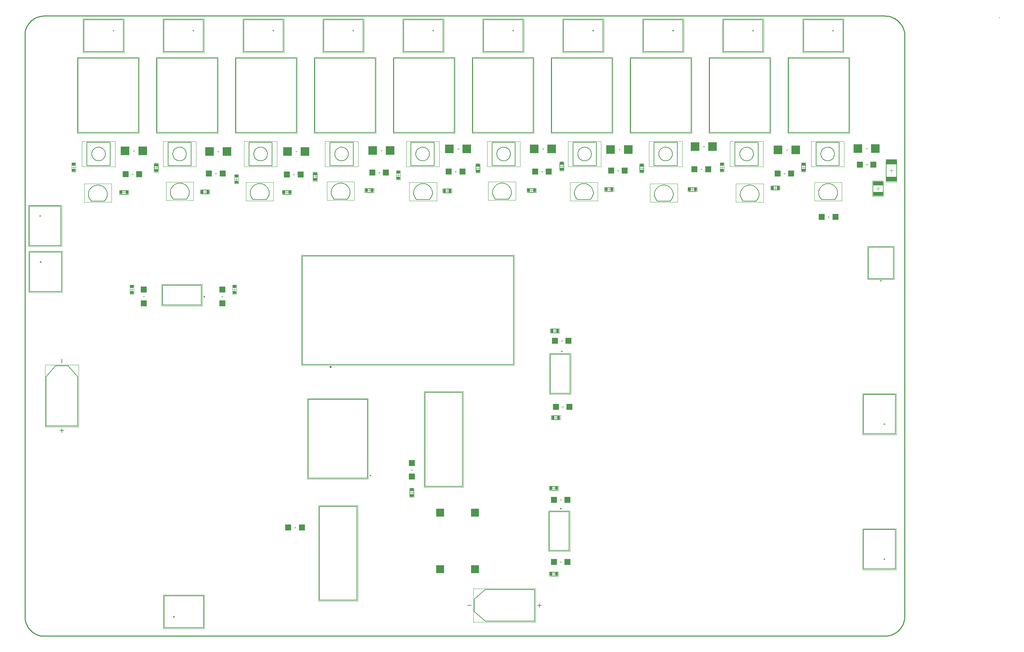
<source format=gtp>
%FSTAX23Y23*%
%MOIN*%
%SFA1B1*%

%IPPOS*%
%ADD11C,0.007874*%
%ADD12C,0.005000*%
%ADD13C,0.010000*%
%ADD16C,0.003937*%
%ADD17C,0.011024*%
%ADD18C,0.001969*%
%ADD19R,0.078740X0.078740*%
%ADD20R,0.059055X0.059055*%
%ADD21R,0.102362X0.047244*%
%ADD22R,0.035433X0.027559*%
%ADD23R,0.027559X0.035433*%
%ADD24R,0.059055X0.059055*%
%ADD25R,0.090551X0.090551*%
%ADD26R,0.102362X0.043307*%
%LNpcb1-1*%
%LPD*%
G54D11*
X03504Y01627D02*
D01*
X03504Y01628*
X03504Y01628*
X03504Y01628*
X03504Y01629*
X03504Y01629*
X03504Y01629*
X03504Y01629*
X03504Y0163*
X03503Y0163*
X03503Y0163*
X03503Y0163*
X03503Y0163*
X03503Y01631*
X03502Y01631*
X03502Y01631*
X03502Y01631*
X03502Y01631*
X03501Y01631*
X03501Y01631*
X03501Y01631*
X03501Y01631*
X035Y01631*
X035*
X035Y01631*
X035Y01631*
X03499Y01631*
X03499Y01631*
X03499Y01631*
X03498Y01631*
X03498Y01631*
X03498Y01631*
X03498Y01631*
X03498Y0163*
X03497Y0163*
X03497Y0163*
X03497Y0163*
X03497Y0163*
X03497Y01629*
X03497Y01629*
X03497Y01629*
X03496Y01629*
X03496Y01628*
X03496Y01628*
X03496Y01628*
X03496Y01627*
X03496Y01627*
X03496Y01627*
X03496Y01627*
X03496Y01626*
X03497Y01626*
X03497Y01626*
X03497Y01626*
X03497Y01625*
X03497Y01625*
X03497Y01625*
X03497Y01625*
X03498Y01625*
X03498Y01624*
X03498Y01624*
X03498Y01624*
X03498Y01624*
X03499Y01624*
X03499Y01624*
X03499Y01624*
X035Y01624*
X035Y01624*
X035Y01624*
X035*
X03501Y01624*
X03501Y01624*
X03501Y01624*
X03501Y01624*
X03502Y01624*
X03502Y01624*
X03502Y01624*
X03502Y01624*
X03503Y01624*
X03503Y01625*
X03503Y01625*
X03503Y01625*
X03503Y01625*
X03504Y01625*
X03504Y01626*
X03504Y01626*
X03504Y01626*
X03504Y01626*
X03504Y01627*
X03504Y01627*
X03504Y01627*
X03504Y01627*
X08678Y03605D02*
D01*
X08678Y03605*
X08678Y03605*
X08678Y03605*
X08678Y03606*
X08678Y03606*
X08678Y03606*
X08678Y03606*
X08678Y03607*
X08678Y03607*
X08678Y03607*
X08677Y03607*
X08677Y03607*
X08677Y03608*
X08677Y03608*
X08676Y03608*
X08676Y03608*
X08676Y03608*
X08676Y03608*
X08675Y03608*
X08675Y03608*
X08675Y03608*
X08675Y03608*
X08674*
X08674Y03608*
X08674Y03608*
X08674Y03608*
X08673Y03608*
X08673Y03608*
X08673Y03608*
X08673Y03608*
X08672Y03608*
X08672Y03608*
X08672Y03607*
X08672Y03607*
X08671Y03607*
X08671Y03607*
X08671Y03607*
X08671Y03606*
X08671Y03606*
X08671Y03606*
X08671Y03606*
X08671Y03605*
X08671Y03605*
X08671Y03605*
X08671Y03605*
X08671Y03604*
X08671Y03604*
X08671Y03604*
X08671Y03603*
X08671Y03603*
X08671Y03603*
X08671Y03603*
X08671Y03602*
X08671Y03602*
X08671Y03602*
X08672Y03602*
X08672Y03602*
X08672Y03601*
X08672Y03601*
X08673Y03601*
X08673Y03601*
X08673Y03601*
X08673Y03601*
X08674Y03601*
X08674Y03601*
X08674Y03601*
X08674Y03601*
X08675*
X08675Y03601*
X08675Y03601*
X08675Y03601*
X08676Y03601*
X08676Y03601*
X08676Y03601*
X08676Y03601*
X08677Y03601*
X08677Y03601*
X08677Y03602*
X08677Y03602*
X08678Y03602*
X08678Y03602*
X08678Y03602*
X08678Y03603*
X08678Y03603*
X08678Y03603*
X08678Y03603*
X08678Y03604*
X08678Y03604*
X08678Y03604*
X08678Y03605*
X08193Y0614D02*
D01*
X08193Y0614*
X08193Y0614*
X08193Y0614*
X08193Y06141*
X08193Y06141*
X08193Y06141*
X08193Y06141*
X08193Y06142*
X08193Y06142*
X08193Y06142*
X08192Y06142*
X08192Y06142*
X08192Y06143*
X08192Y06143*
X08191Y06143*
X08191Y06143*
X08191Y06143*
X08191Y06143*
X0819Y06143*
X0819Y06143*
X0819Y06143*
X0819Y06143*
X08189*
X08189Y06143*
X08189Y06143*
X08189Y06143*
X08188Y06143*
X08188Y06143*
X08188Y06143*
X08188Y06143*
X08187Y06143*
X08187Y06143*
X08187Y06142*
X08187Y06142*
X08186Y06142*
X08186Y06142*
X08186Y06142*
X08186Y06141*
X08186Y06141*
X08186Y06141*
X08186Y06141*
X08186Y0614*
X08186Y0614*
X08186Y0614*
X08186Y0614*
X08186Y06139*
X08186Y06139*
X08186Y06139*
X08186Y06138*
X08186Y06138*
X08186Y06138*
X08186Y06138*
X08186Y06137*
X08186Y06137*
X08186Y06137*
X08187Y06137*
X08187Y06137*
X08187Y06136*
X08187Y06136*
X08188Y06136*
X08188Y06136*
X08188Y06136*
X08188Y06136*
X08189Y06136*
X08189Y06136*
X08189Y06136*
X08189Y06136*
X0819*
X0819Y06136*
X0819Y06136*
X0819Y06136*
X08191Y06136*
X08191Y06136*
X08191Y06136*
X08191Y06136*
X08192Y06136*
X08192Y06136*
X08192Y06137*
X08192Y06137*
X08193Y06137*
X08193Y06137*
X08193Y06137*
X08193Y06138*
X08193Y06138*
X08193Y06138*
X08193Y06138*
X08193Y06139*
X08193Y06139*
X08193Y06139*
X08193Y0614*
X07383D02*
D01*
X07383Y0614*
X07383Y0614*
X07383Y0614*
X07383Y06141*
X07383Y06141*
X07383Y06141*
X07383Y06141*
X07383Y06142*
X07382Y06142*
X07382Y06142*
X07382Y06142*
X07382Y06142*
X07382Y06143*
X07381Y06143*
X07381Y06143*
X07381Y06143*
X07381Y06143*
X0738Y06143*
X0738Y06143*
X0738Y06143*
X0738Y06143*
X07379Y06143*
X07379*
X07379Y06143*
X07379Y06143*
X07378Y06143*
X07378Y06143*
X07378Y06143*
X07377Y06143*
X07377Y06143*
X07377Y06143*
X07377Y06143*
X07377Y06142*
X07376Y06142*
X07376Y06142*
X07376Y06142*
X07376Y06142*
X07376Y06141*
X07376Y06141*
X07375Y06141*
X07375Y06141*
X07375Y0614*
X07375Y0614*
X07375Y0614*
X07375Y0614*
X07375Y06139*
X07375Y06139*
X07375Y06139*
X07375Y06138*
X07375Y06138*
X07376Y06138*
X07376Y06138*
X07376Y06137*
X07376Y06137*
X07376Y06137*
X07376Y06137*
X07377Y06137*
X07377Y06136*
X07377Y06136*
X07377Y06136*
X07377Y06136*
X07378Y06136*
X07378Y06136*
X07378Y06136*
X07379Y06136*
X07379Y06136*
X07379Y06136*
X07379*
X0738Y06136*
X0738Y06136*
X0738Y06136*
X0738Y06136*
X07381Y06136*
X07381Y06136*
X07381Y06136*
X07381Y06136*
X07382Y06136*
X07382Y06137*
X07382Y06137*
X07382Y06137*
X07382Y06137*
X07383Y06137*
X07383Y06138*
X07383Y06138*
X07383Y06138*
X07383Y06138*
X07383Y06139*
X07383Y06139*
X07383Y06139*
X07383Y0614*
X06573D02*
D01*
X06573Y0614*
X06573Y0614*
X06573Y0614*
X06573Y06141*
X06573Y06141*
X06572Y06141*
X06572Y06141*
X06572Y06142*
X06572Y06142*
X06572Y06142*
X06572Y06142*
X06572Y06142*
X06571Y06143*
X06571Y06143*
X06571Y06143*
X06571Y06143*
X0657Y06143*
X0657Y06143*
X0657Y06143*
X0657Y06143*
X06569Y06143*
X06569Y06143*
X06569*
X06568Y06143*
X06568Y06143*
X06568Y06143*
X06568Y06143*
X06567Y06143*
X06567Y06143*
X06567Y06143*
X06567Y06143*
X06566Y06143*
X06566Y06142*
X06566Y06142*
X06566Y06142*
X06566Y06142*
X06566Y06142*
X06565Y06141*
X06565Y06141*
X06565Y06141*
X06565Y06141*
X06565Y0614*
X06565Y0614*
X06565Y0614*
X06565Y0614*
X06565Y06139*
X06565Y06139*
X06565Y06139*
X06565Y06138*
X06565Y06138*
X06565Y06138*
X06565Y06138*
X06566Y06137*
X06566Y06137*
X06566Y06137*
X06566Y06137*
X06566Y06137*
X06566Y06136*
X06567Y06136*
X06567Y06136*
X06567Y06136*
X06567Y06136*
X06568Y06136*
X06568Y06136*
X06568Y06136*
X06568Y06136*
X06569Y06136*
X06569*
X06569Y06136*
X0657Y06136*
X0657Y06136*
X0657Y06136*
X0657Y06136*
X06571Y06136*
X06571Y06136*
X06571Y06136*
X06571Y06136*
X06572Y06137*
X06572Y06137*
X06572Y06137*
X06572Y06137*
X06572Y06137*
X06572Y06138*
X06572Y06138*
X06573Y06138*
X06573Y06138*
X06573Y06139*
X06573Y06139*
X06573Y06139*
X06573Y0614*
X01822Y03443D02*
D01*
X01822Y03443*
X01822Y03444*
X01822Y03444*
X01822Y03444*
X01822Y03445*
X01822Y03445*
X01822Y03445*
X01822Y03445*
X01822Y03445*
X01821Y03446*
X01821Y03446*
X01821Y03446*
X01821Y03446*
X01821Y03446*
X0182Y03447*
X0182Y03447*
X0182Y03447*
X0182Y03447*
X01819Y03447*
X01819Y03447*
X01819Y03447*
X01819Y03447*
X01818*
X01818Y03447*
X01818Y03447*
X01818Y03447*
X01817Y03447*
X01817Y03447*
X01817Y03447*
X01817Y03447*
X01816Y03446*
X01816Y03446*
X01816Y03446*
X01816Y03446*
X01815Y03446*
X01815Y03445*
X01815Y03445*
X01815Y03445*
X01815Y03445*
X01815Y03445*
X01815Y03444*
X01815Y03444*
X01815Y03444*
X01815Y03443*
X01815Y03443*
X01815Y03443*
X01815Y03443*
X01815Y03442*
X01815Y03442*
X01815Y03442*
X01815Y03442*
X01815Y03441*
X01815Y03441*
X01815Y03441*
X01815Y03441*
X01816Y0344*
X01816Y0344*
X01816Y0344*
X01816Y0344*
X01817Y0344*
X01817Y0344*
X01817Y0344*
X01817Y03439*
X01818Y03439*
X01818Y03439*
X01818Y03439*
X01818Y03439*
X01819*
X01819Y03439*
X01819Y03439*
X01819Y03439*
X0182Y03439*
X0182Y0344*
X0182Y0344*
X0182Y0344*
X01821Y0344*
X01821Y0344*
X01821Y0344*
X01821Y0344*
X01821Y03441*
X01822Y03441*
X01822Y03441*
X01822Y03441*
X01822Y03442*
X01822Y03442*
X01822Y03442*
X01822Y03442*
X01822Y03443*
X01822Y03443*
X01822Y03443*
X00163Y03795D02*
D01*
X00163Y03795*
X00163Y03795*
X00163Y03795*
X00163Y03796*
X00163Y03796*
X00163Y03796*
X00163Y03796*
X00163Y03797*
X00163Y03797*
X00163Y03797*
X00162Y03797*
X00162Y03797*
X00162Y03798*
X00162Y03798*
X00161Y03798*
X00161Y03798*
X00161Y03798*
X00161Y03798*
X0016Y03798*
X0016Y03798*
X0016Y03798*
X0016Y03798*
X00159*
X00159Y03798*
X00159Y03798*
X00159Y03798*
X00158Y03798*
X00158Y03798*
X00158Y03798*
X00158Y03798*
X00157Y03798*
X00157Y03798*
X00157Y03797*
X00157Y03797*
X00156Y03797*
X00156Y03797*
X00156Y03797*
X00156Y03796*
X00156Y03796*
X00156Y03796*
X00156Y03796*
X00156Y03795*
X00156Y03795*
X00156Y03795*
X00156Y03795*
X00156Y03794*
X00156Y03794*
X00156Y03794*
X00156Y03793*
X00156Y03793*
X00156Y03793*
X00156Y03793*
X00156Y03792*
X00156Y03792*
X00156Y03792*
X00157Y03792*
X00157Y03792*
X00157Y03791*
X00157Y03791*
X00158Y03791*
X00158Y03791*
X00158Y03791*
X00158Y03791*
X00159Y03791*
X00159Y03791*
X00159Y03791*
X00159Y03791*
X0016*
X0016Y03791*
X0016Y03791*
X0016Y03791*
X00161Y03791*
X00161Y03791*
X00161Y03791*
X00161Y03791*
X00162Y03791*
X00162Y03791*
X00162Y03792*
X00162Y03792*
X00163Y03792*
X00163Y03792*
X00163Y03792*
X00163Y03793*
X00163Y03793*
X00163Y03793*
X00163Y03793*
X00163Y03794*
X00163Y03794*
X00163Y03794*
X00163Y03795*
X01513Y00195D02*
D01*
X01513Y00195*
X01513Y00195*
X01513Y00195*
X01513Y00196*
X01513Y00196*
X01513Y00196*
X01513Y00196*
X01513Y00197*
X01513Y00197*
X01513Y00197*
X01512Y00197*
X01512Y00197*
X01512Y00198*
X01512Y00198*
X01511Y00198*
X01511Y00198*
X01511Y00198*
X01511Y00198*
X0151Y00198*
X0151Y00198*
X0151Y00198*
X0151Y00198*
X01509*
X01509Y00198*
X01509Y00198*
X01509Y00198*
X01508Y00198*
X01508Y00198*
X01508Y00198*
X01508Y00198*
X01507Y00198*
X01507Y00198*
X01507Y00197*
X01507Y00197*
X01506Y00197*
X01506Y00197*
X01506Y00197*
X01506Y00196*
X01506Y00196*
X01506Y00196*
X01506Y00196*
X01506Y00195*
X01506Y00195*
X01506Y00195*
X01506Y00195*
X01506Y00194*
X01506Y00194*
X01506Y00194*
X01506Y00193*
X01506Y00193*
X01506Y00193*
X01506Y00193*
X01506Y00192*
X01506Y00192*
X01506Y00192*
X01507Y00192*
X01507Y00192*
X01507Y00191*
X01507Y00191*
X01508Y00191*
X01508Y00191*
X01508Y00191*
X01508Y00191*
X01509Y00191*
X01509Y00191*
X01509Y00191*
X01509Y00191*
X0151*
X0151Y00191*
X0151Y00191*
X0151Y00191*
X01511Y00191*
X01511Y00191*
X01511Y00191*
X01511Y00191*
X01512Y00191*
X01512Y00191*
X01512Y00192*
X01512Y00192*
X01513Y00192*
X01513Y00192*
X01513Y00192*
X01513Y00193*
X01513Y00193*
X01513Y00193*
X01513Y00193*
X01513Y00194*
X01513Y00194*
X01513Y00194*
X01513Y00195*
X00901Y0614D02*
D01*
X00901Y0614*
X00901Y0614*
X00901Y0614*
X00901Y06141*
X009Y06141*
X009Y06141*
X009Y06141*
X009Y06142*
X009Y06142*
X009Y06142*
X009Y06142*
X00899Y06142*
X00899Y06143*
X00899Y06143*
X00899Y06143*
X00898Y06143*
X00898Y06143*
X00898Y06143*
X00898Y06143*
X00897Y06143*
X00897Y06143*
X00897Y06143*
X00897*
X00896Y06143*
X00896Y06143*
X00896Y06143*
X00896Y06143*
X00895Y06143*
X00895Y06143*
X00895Y06143*
X00895Y06143*
X00894Y06143*
X00894Y06142*
X00894Y06142*
X00894Y06142*
X00894Y06142*
X00893Y06142*
X00893Y06141*
X00893Y06141*
X00893Y06141*
X00893Y06141*
X00893Y0614*
X00893Y0614*
X00893Y0614*
X00893Y0614*
X00893Y06139*
X00893Y06139*
X00893Y06139*
X00893Y06138*
X00893Y06138*
X00893Y06138*
X00893Y06138*
X00893Y06137*
X00894Y06137*
X00894Y06137*
X00894Y06137*
X00894Y06137*
X00894Y06136*
X00895Y06136*
X00895Y06136*
X00895Y06136*
X00895Y06136*
X00896Y06136*
X00896Y06136*
X00896Y06136*
X00896Y06136*
X00897Y06136*
X00897*
X00897Y06136*
X00897Y06136*
X00898Y06136*
X00898Y06136*
X00898Y06136*
X00898Y06136*
X00899Y06136*
X00899Y06136*
X00899Y06136*
X00899Y06137*
X009Y06137*
X009Y06137*
X009Y06137*
X009Y06137*
X009Y06138*
X009Y06138*
X009Y06138*
X00901Y06138*
X00901Y06139*
X00901Y06139*
X00901Y06139*
X00901Y0614*
X01711D02*
D01*
X01711Y0614*
X01711Y0614*
X01711Y0614*
X01711Y06141*
X01711Y06141*
X01711Y06141*
X01711Y06141*
X0171Y06142*
X0171Y06142*
X0171Y06142*
X0171Y06142*
X0171Y06142*
X01709Y06143*
X01709Y06143*
X01709Y06143*
X01709Y06143*
X01709Y06143*
X01708Y06143*
X01708Y06143*
X01708Y06143*
X01707Y06143*
X01707Y06143*
X01707*
X01707Y06143*
X01706Y06143*
X01706Y06143*
X01706Y06143*
X01706Y06143*
X01705Y06143*
X01705Y06143*
X01705Y06143*
X01705Y06143*
X01704Y06142*
X01704Y06142*
X01704Y06142*
X01704Y06142*
X01704Y06142*
X01704Y06141*
X01703Y06141*
X01703Y06141*
X01703Y06141*
X01703Y0614*
X01703Y0614*
X01703Y0614*
X01703Y0614*
X01703Y06139*
X01703Y06139*
X01703Y06139*
X01703Y06138*
X01703Y06138*
X01703Y06138*
X01704Y06138*
X01704Y06137*
X01704Y06137*
X01704Y06137*
X01704Y06137*
X01704Y06137*
X01705Y06136*
X01705Y06136*
X01705Y06136*
X01705Y06136*
X01706Y06136*
X01706Y06136*
X01706Y06136*
X01706Y06136*
X01707Y06136*
X01707Y06136*
X01707*
X01707Y06136*
X01708Y06136*
X01708Y06136*
X01708Y06136*
X01709Y06136*
X01709Y06136*
X01709Y06136*
X01709Y06136*
X01709Y06136*
X0171Y06137*
X0171Y06137*
X0171Y06137*
X0171Y06137*
X0171Y06137*
X01711Y06138*
X01711Y06138*
X01711Y06138*
X01711Y06138*
X01711Y06139*
X01711Y06139*
X01711Y06139*
X01711Y0614*
X02521D02*
D01*
X02521Y0614*
X02521Y0614*
X02521Y0614*
X02521Y06141*
X02521Y06141*
X02521Y06141*
X02521Y06141*
X02521Y06142*
X02521Y06142*
X0252Y06142*
X0252Y06142*
X0252Y06142*
X0252Y06143*
X0252Y06143*
X02519Y06143*
X02519Y06143*
X02519Y06143*
X02519Y06143*
X02518Y06143*
X02518Y06143*
X02518Y06143*
X02517Y06143*
X02517*
X02517Y06143*
X02517Y06143*
X02516Y06143*
X02516Y06143*
X02516Y06143*
X02516Y06143*
X02515Y06143*
X02515Y06143*
X02515Y06143*
X02515Y06142*
X02515Y06142*
X02514Y06142*
X02514Y06142*
X02514Y06142*
X02514Y06141*
X02514Y06141*
X02514Y06141*
X02514Y06141*
X02513Y0614*
X02513Y0614*
X02513Y0614*
X02513Y0614*
X02513Y06139*
X02513Y06139*
X02513Y06139*
X02514Y06138*
X02514Y06138*
X02514Y06138*
X02514Y06138*
X02514Y06137*
X02514Y06137*
X02514Y06137*
X02515Y06137*
X02515Y06137*
X02515Y06136*
X02515Y06136*
X02515Y06136*
X02516Y06136*
X02516Y06136*
X02516Y06136*
X02516Y06136*
X02517Y06136*
X02517Y06136*
X02517Y06136*
X02517*
X02518Y06136*
X02518Y06136*
X02518Y06136*
X02519Y06136*
X02519Y06136*
X02519Y06136*
X02519Y06136*
X0252Y06136*
X0252Y06136*
X0252Y06137*
X0252Y06137*
X0252Y06137*
X02521Y06137*
X02521Y06137*
X02521Y06138*
X02521Y06138*
X02521Y06138*
X02521Y06138*
X02521Y06139*
X02521Y06139*
X02521Y06139*
X02521Y0614*
X03332D02*
D01*
X03332Y0614*
X03332Y0614*
X03332Y0614*
X03331Y06141*
X03331Y06141*
X03331Y06141*
X03331Y06141*
X03331Y06142*
X03331Y06142*
X03331Y06142*
X0333Y06142*
X0333Y06142*
X0333Y06143*
X0333Y06143*
X0333Y06143*
X03329Y06143*
X03329Y06143*
X03329Y06143*
X03329Y06143*
X03328Y06143*
X03328Y06143*
X03328Y06143*
X03328*
X03327Y06143*
X03327Y06143*
X03327Y06143*
X03326Y06143*
X03326Y06143*
X03326Y06143*
X03326Y06143*
X03325Y06143*
X03325Y06143*
X03325Y06142*
X03325Y06142*
X03325Y06142*
X03324Y06142*
X03324Y06142*
X03324Y06141*
X03324Y06141*
X03324Y06141*
X03324Y06141*
X03324Y0614*
X03324Y0614*
X03324Y0614*
X03324Y0614*
X03324Y06139*
X03324Y06139*
X03324Y06139*
X03324Y06138*
X03324Y06138*
X03324Y06138*
X03324Y06138*
X03324Y06137*
X03324Y06137*
X03325Y06137*
X03325Y06137*
X03325Y06137*
X03325Y06136*
X03325Y06136*
X03326Y06136*
X03326Y06136*
X03326Y06136*
X03326Y06136*
X03327Y06136*
X03327Y06136*
X03327Y06136*
X03328Y06136*
X03328*
X03328Y06136*
X03328Y06136*
X03329Y06136*
X03329Y06136*
X03329Y06136*
X03329Y06136*
X0333Y06136*
X0333Y06136*
X0333Y06136*
X0333Y06137*
X0333Y06137*
X03331Y06137*
X03331Y06137*
X03331Y06137*
X03331Y06138*
X03331Y06138*
X03331Y06138*
X03331Y06138*
X03332Y06139*
X03332Y06139*
X03332Y06139*
X03332Y0614*
X04142D02*
D01*
X04142Y0614*
X04142Y0614*
X04142Y0614*
X04142Y06141*
X04142Y06141*
X04142Y06141*
X04141Y06141*
X04141Y06142*
X04141Y06142*
X04141Y06142*
X04141Y06142*
X04141Y06142*
X0414Y06143*
X0414Y06143*
X0414Y06143*
X0414Y06143*
X04139Y06143*
X04139Y06143*
X04139Y06143*
X04139Y06143*
X04138Y06143*
X04138Y06143*
X04138*
X04138Y06143*
X04137Y06143*
X04137Y06143*
X04137Y06143*
X04136Y06143*
X04136Y06143*
X04136Y06143*
X04136Y06143*
X04136Y06143*
X04135Y06142*
X04135Y06142*
X04135Y06142*
X04135Y06142*
X04135Y06142*
X04134Y06141*
X04134Y06141*
X04134Y06141*
X04134Y06141*
X04134Y0614*
X04134Y0614*
X04134Y0614*
X04134Y0614*
X04134Y06139*
X04134Y06139*
X04134Y06139*
X04134Y06138*
X04134Y06138*
X04134Y06138*
X04134Y06138*
X04135Y06137*
X04135Y06137*
X04135Y06137*
X04135Y06137*
X04135Y06137*
X04136Y06136*
X04136Y06136*
X04136Y06136*
X04136Y06136*
X04136Y06136*
X04137Y06136*
X04137Y06136*
X04137Y06136*
X04138Y06136*
X04138Y06136*
X04138*
X04138Y06136*
X04139Y06136*
X04139Y06136*
X04139Y06136*
X04139Y06136*
X0414Y06136*
X0414Y06136*
X0414Y06136*
X0414Y06136*
X04141Y06137*
X04141Y06137*
X04141Y06137*
X04141Y06137*
X04141Y06137*
X04141Y06138*
X04142Y06138*
X04142Y06138*
X04142Y06138*
X04142Y06139*
X04142Y06139*
X04142Y06139*
X04142Y0614*
X04952D02*
D01*
X04952Y0614*
X04952Y0614*
X04952Y0614*
X04952Y06141*
X04952Y06141*
X04952Y06141*
X04952Y06141*
X04952Y06142*
X04951Y06142*
X04951Y06142*
X04951Y06142*
X04951Y06142*
X04951Y06143*
X0495Y06143*
X0495Y06143*
X0495Y06143*
X0495Y06143*
X04949Y06143*
X04949Y06143*
X04949Y06143*
X04949Y06143*
X04948Y06143*
X04948*
X04948Y06143*
X04948Y06143*
X04947Y06143*
X04947Y06143*
X04947Y06143*
X04947Y06143*
X04946Y06143*
X04946Y06143*
X04946Y06143*
X04946Y06142*
X04945Y06142*
X04945Y06142*
X04945Y06142*
X04945Y06142*
X04945Y06141*
X04945Y06141*
X04945Y06141*
X04944Y06141*
X04944Y0614*
X04944Y0614*
X04944Y0614*
X04944Y0614*
X04944Y06139*
X04944Y06139*
X04944Y06139*
X04944Y06138*
X04945Y06138*
X04945Y06138*
X04945Y06138*
X04945Y06137*
X04945Y06137*
X04945Y06137*
X04945Y06137*
X04946Y06137*
X04946Y06136*
X04946Y06136*
X04946Y06136*
X04947Y06136*
X04947Y06136*
X04947Y06136*
X04947Y06136*
X04948Y06136*
X04948Y06136*
X04948Y06136*
X04948*
X04949Y06136*
X04949Y06136*
X04949Y06136*
X04949Y06136*
X0495Y06136*
X0495Y06136*
X0495Y06136*
X0495Y06136*
X04951Y06136*
X04951Y06137*
X04951Y06137*
X04951Y06137*
X04951Y06137*
X04952Y06137*
X04952Y06138*
X04952Y06138*
X04952Y06138*
X04952Y06138*
X04952Y06139*
X04952Y06139*
X04952Y06139*
X04952Y0614*
X05763D02*
D01*
X05763Y0614*
X05762Y0614*
X05762Y0614*
X05762Y06141*
X05762Y06141*
X05762Y06141*
X05762Y06141*
X05762Y06142*
X05762Y06142*
X05762Y06142*
X05761Y06142*
X05761Y06142*
X05761Y06143*
X05761Y06143*
X05761Y06143*
X0576Y06143*
X0576Y06143*
X0576Y06143*
X0576Y06143*
X05759Y06143*
X05759Y06143*
X05759Y06143*
X05758*
X05758Y06143*
X05758Y06143*
X05758Y06143*
X05757Y06143*
X05757Y06143*
X05757Y06143*
X05757Y06143*
X05756Y06143*
X05756Y06143*
X05756Y06142*
X05756Y06142*
X05756Y06142*
X05755Y06142*
X05755Y06142*
X05755Y06141*
X05755Y06141*
X05755Y06141*
X05755Y06141*
X05755Y0614*
X05755Y0614*
X05755Y0614*
X05755Y0614*
X05755Y06139*
X05755Y06139*
X05755Y06139*
X05755Y06138*
X05755Y06138*
X05755Y06138*
X05755Y06138*
X05755Y06137*
X05755Y06137*
X05756Y06137*
X05756Y06137*
X05756Y06137*
X05756Y06136*
X05756Y06136*
X05757Y06136*
X05757Y06136*
X05757Y06136*
X05757Y06136*
X05758Y06136*
X05758Y06136*
X05758Y06136*
X05758Y06136*
X05759*
X05759Y06136*
X05759Y06136*
X0576Y06136*
X0576Y06136*
X0576Y06136*
X0576Y06136*
X05761Y06136*
X05761Y06136*
X05761Y06136*
X05761Y06137*
X05761Y06137*
X05762Y06137*
X05762Y06137*
X05762Y06137*
X05762Y06138*
X05762Y06138*
X05762Y06138*
X05762Y06138*
X05762Y06139*
X05762Y06139*
X05763Y06139*
X05763Y0614*
X08713Y0078D02*
D01*
X08713Y0078*
X08713Y0078*
X08713Y0078*
X08713Y00781*
X08713Y00781*
X08713Y00781*
X08713Y00781*
X08713Y00782*
X08713Y00782*
X08713Y00782*
X08712Y00782*
X08712Y00782*
X08712Y00783*
X08712Y00783*
X08711Y00783*
X08711Y00783*
X08711Y00783*
X08711Y00783*
X0871Y00783*
X0871Y00783*
X0871Y00783*
X0871Y00783*
X08709*
X08709Y00783*
X08709Y00783*
X08709Y00783*
X08708Y00783*
X08708Y00783*
X08708Y00783*
X08708Y00783*
X08707Y00783*
X08707Y00783*
X08707Y00782*
X08707Y00782*
X08706Y00782*
X08706Y00782*
X08706Y00782*
X08706Y00781*
X08706Y00781*
X08706Y00781*
X08706Y00781*
X08706Y0078*
X08706Y0078*
X08706Y0078*
X08706Y0078*
X08706Y00779*
X08706Y00779*
X08706Y00779*
X08706Y00778*
X08706Y00778*
X08706Y00778*
X08706Y00778*
X08706Y00777*
X08706Y00777*
X08706Y00777*
X08707Y00777*
X08707Y00777*
X08707Y00776*
X08707Y00776*
X08708Y00776*
X08708Y00776*
X08708Y00776*
X08708Y00776*
X08709Y00776*
X08709Y00776*
X08709Y00776*
X08709Y00776*
X0871*
X0871Y00776*
X0871Y00776*
X0871Y00776*
X08711Y00776*
X08711Y00776*
X08711Y00776*
X08711Y00776*
X08712Y00776*
X08712Y00776*
X08712Y00777*
X08712Y00777*
X08713Y00777*
X08713Y00777*
X08713Y00777*
X08713Y00778*
X08713Y00778*
X08713Y00778*
X08713Y00778*
X08713Y00779*
X08713Y00779*
X08713Y00779*
X08713Y0078*
X00158Y0426D02*
D01*
X00158Y0426*
X00158Y0426*
X00158Y0426*
X00158Y04261*
X00158Y04261*
X00158Y04261*
X00158Y04261*
X00158Y04262*
X00158Y04262*
X00158Y04262*
X00157Y04262*
X00157Y04262*
X00157Y04263*
X00157Y04263*
X00156Y04263*
X00156Y04263*
X00156Y04263*
X00156Y04263*
X00155Y04263*
X00155Y04263*
X00155Y04263*
X00155Y04263*
X00154*
X00154Y04263*
X00154Y04263*
X00154Y04263*
X00153Y04263*
X00153Y04263*
X00153Y04263*
X00153Y04263*
X00152Y04263*
X00152Y04263*
X00152Y04262*
X00152Y04262*
X00151Y04262*
X00151Y04262*
X00151Y04262*
X00151Y04261*
X00151Y04261*
X00151Y04261*
X00151Y04261*
X00151Y0426*
X00151Y0426*
X00151Y0426*
X00151Y0426*
X00151Y04259*
X00151Y04259*
X00151Y04259*
X00151Y04258*
X00151Y04258*
X00151Y04258*
X00151Y04258*
X00151Y04257*
X00151Y04257*
X00151Y04257*
X00152Y04257*
X00152Y04257*
X00152Y04256*
X00152Y04256*
X00153Y04256*
X00153Y04256*
X00153Y04256*
X00153Y04256*
X00154Y04256*
X00154Y04256*
X00154Y04256*
X00154Y04256*
X00155*
X00155Y04256*
X00155Y04256*
X00155Y04256*
X00156Y04256*
X00156Y04256*
X00156Y04256*
X00156Y04256*
X00157Y04256*
X00157Y04256*
X00157Y04257*
X00157Y04257*
X00158Y04257*
X00158Y04257*
X00158Y04257*
X00158Y04258*
X00158Y04258*
X00158Y04258*
X00158Y04258*
X00158Y04259*
X00158Y04259*
X00158Y04259*
X00158Y0426*
X08713Y0215D02*
D01*
X08713Y0215*
X08713Y0215*
X08713Y0215*
X08713Y02151*
X08713Y02151*
X08713Y02151*
X08713Y02151*
X08713Y02152*
X08713Y02152*
X08713Y02152*
X08712Y02152*
X08712Y02152*
X08712Y02153*
X08712Y02153*
X08711Y02153*
X08711Y02153*
X08711Y02153*
X08711Y02153*
X0871Y02153*
X0871Y02153*
X0871Y02153*
X0871Y02153*
X08709*
X08709Y02153*
X08709Y02153*
X08709Y02153*
X08708Y02153*
X08708Y02153*
X08708Y02153*
X08708Y02153*
X08707Y02153*
X08707Y02153*
X08707Y02152*
X08707Y02152*
X08706Y02152*
X08706Y02152*
X08706Y02152*
X08706Y02151*
X08706Y02151*
X08706Y02151*
X08706Y02151*
X08706Y0215*
X08706Y0215*
X08706Y0215*
X08706Y0215*
X08706Y02149*
X08706Y02149*
X08706Y02149*
X08706Y02148*
X08706Y02148*
X08706Y02148*
X08706Y02148*
X08706Y02147*
X08706Y02147*
X08706Y02147*
X08707Y02147*
X08707Y02147*
X08707Y02146*
X08707Y02146*
X08708Y02146*
X08708Y02146*
X08708Y02146*
X08708Y02146*
X08709Y02146*
X08709Y02146*
X08709Y02146*
X08709Y02146*
X0871*
X0871Y02146*
X0871Y02146*
X0871Y02146*
X08711Y02146*
X08711Y02146*
X08711Y02146*
X08711Y02146*
X08712Y02146*
X08712Y02146*
X08712Y02147*
X08712Y02147*
X08713Y02147*
X08713Y02147*
X08713Y02147*
X08713Y02148*
X08713Y02148*
X08713Y02148*
X08713Y02148*
X08713Y02149*
X08713Y02149*
X08713Y02149*
X08713Y0215*
X05435Y01292D02*
D01*
X05435Y01292*
X05435Y01293*
X05435Y01293*
X05435Y01293*
X05435Y01294*
X05434Y01294*
X05434Y01294*
X05434Y01294*
X05434Y01295*
X05434Y01295*
X05434Y01295*
X05433Y01295*
X05433Y01295*
X05433Y01295*
X05433Y01296*
X05433Y01296*
X05432Y01296*
X05432Y01296*
X05432Y01296*
X05432Y01296*
X05431Y01296*
X05431Y01296*
X05431*
X0543Y01296*
X0543Y01296*
X0543Y01296*
X0543Y01296*
X05429Y01296*
X05429Y01296*
X05429Y01296*
X05429Y01295*
X05428Y01295*
X05428Y01295*
X05428Y01295*
X05428Y01295*
X05428Y01295*
X05427Y01294*
X05427Y01294*
X05427Y01294*
X05427Y01294*
X05427Y01293*
X05427Y01293*
X05427Y01293*
X05427Y01292*
X05427Y01292*
X05427Y01292*
X05427Y01292*
X05427Y01291*
X05427Y01291*
X05427Y01291*
X05427Y01291*
X05427Y0129*
X05427Y0129*
X05428Y0129*
X05428Y0129*
X05428Y01289*
X05428Y01289*
X05428Y01289*
X05429Y01289*
X05429Y01289*
X05429Y01289*
X05429Y01289*
X0543Y01288*
X0543Y01288*
X0543Y01288*
X0543Y01288*
X05431Y01288*
X05431*
X05431Y01288*
X05432Y01288*
X05432Y01288*
X05432Y01288*
X05432Y01289*
X05433Y01289*
X05433Y01289*
X05433Y01289*
X05433Y01289*
X05433Y01289*
X05434Y01289*
X05434Y0129*
X05434Y0129*
X05434Y0129*
X05434Y0129*
X05434Y01291*
X05435Y01291*
X05435Y01291*
X05435Y01291*
X05435Y01292*
X05435Y01292*
X05435Y01292*
X05445Y02887D02*
D01*
X05445Y02887*
X05445Y02888*
X05445Y02888*
X05445Y02888*
X05445Y02889*
X05444Y02889*
X05444Y02889*
X05444Y02889*
X05444Y0289*
X05444Y0289*
X05444Y0289*
X05443Y0289*
X05443Y0289*
X05443Y0289*
X05443Y02891*
X05443Y02891*
X05442Y02891*
X05442Y02891*
X05442Y02891*
X05442Y02891*
X05441Y02891*
X05441Y02891*
X05441*
X0544Y02891*
X0544Y02891*
X0544Y02891*
X0544Y02891*
X05439Y02891*
X05439Y02891*
X05439Y02891*
X05439Y0289*
X05438Y0289*
X05438Y0289*
X05438Y0289*
X05438Y0289*
X05438Y0289*
X05437Y02889*
X05437Y02889*
X05437Y02889*
X05437Y02889*
X05437Y02888*
X05437Y02888*
X05437Y02888*
X05437Y02887*
X05437Y02887*
X05437Y02887*
X05437Y02887*
X05437Y02886*
X05437Y02886*
X05437Y02886*
X05437Y02886*
X05437Y02885*
X05437Y02885*
X05438Y02885*
X05438Y02885*
X05438Y02884*
X05438Y02884*
X05438Y02884*
X05439Y02884*
X05439Y02884*
X05439Y02884*
X05439Y02884*
X0544Y02883*
X0544Y02883*
X0544Y02883*
X0544Y02883*
X05441Y02883*
X05441*
X05441Y02883*
X05442Y02883*
X05442Y02883*
X05442Y02883*
X05442Y02884*
X05443Y02884*
X05443Y02884*
X05443Y02884*
X05443Y02884*
X05443Y02884*
X05444Y02884*
X05444Y02885*
X05444Y02885*
X05444Y02885*
X05444Y02885*
X05444Y02886*
X05445Y02886*
X05445Y02886*
X05445Y02886*
X05445Y02887*
X05445Y02887*
X05445Y02887*
G54D12*
X03278Y0489D02*
D01*
X03278Y04894*
X03278Y04899*
X03277Y04904*
X03276Y04909*
X03274Y04913*
X03272Y04918*
X0327Y04922*
X03268Y04926*
X03265Y0493*
X03262Y04934*
X03259Y04937*
X03255Y04941*
X03252Y04944*
X03248Y04947*
X03244Y04949*
X03239Y04952*
X03235Y04954*
X03231Y04955*
X03226Y04957*
X03221Y04958*
X03216Y04958*
X03212Y04959*
X03207*
X03202Y04958*
X03197Y04958*
X03192Y04957*
X03188Y04955*
X03183Y04954*
X03179Y04952*
X03175Y04949*
X03171Y04947*
X03167Y04944*
X03163Y04941*
X03159Y04937*
X03156Y04934*
X03153Y0493*
X03151Y04926*
X03148Y04922*
X03146Y04918*
X03144Y04913*
X03143Y04909*
X03142Y04904*
X03141Y04899*
X0314Y04894*
X0314Y0489*
X0314Y04885*
X03141Y0488*
X03142Y04875*
X03143Y0487*
X03144Y04866*
X03146Y04861*
X03148Y04857*
X03151Y04853*
X03153Y04849*
X03156Y04845*
X03159Y04842*
X03163Y04838*
X03167Y04835*
X03171Y04832*
X03175Y0483*
X03179Y04827*
X03183Y04825*
X03188Y04824*
X03192Y04822*
X03197Y04821*
X03202Y04821*
X03207Y0482*
X03212*
X03216Y04821*
X03221Y04821*
X03226Y04822*
X03231Y04824*
X03235Y04825*
X03239Y04827*
X03244Y0483*
X03248Y04832*
X03252Y04835*
X03255Y04838*
X03259Y04842*
X03262Y04845*
X03265Y04849*
X03268Y04853*
X0327Y04857*
X03272Y04861*
X03274Y04866*
X03276Y0487*
X03277Y04875*
X03278Y0488*
X03278Y04885*
X03278Y0489*
X07383D02*
D01*
X07383Y04894*
X07382Y04899*
X07381Y04904*
X0738Y04909*
X07379Y04913*
X07377Y04918*
X07375Y04922*
X07372Y04926*
X0737Y0493*
X07367Y04934*
X07363Y04937*
X0736Y04941*
X07356Y04944*
X07352Y04947*
X07348Y04949*
X07344Y04952*
X0734Y04954*
X07335Y04955*
X0733Y04957*
X07326Y04958*
X07321Y04958*
X07316Y04959*
X07311*
X07306Y04958*
X07302Y04958*
X07297Y04957*
X07292Y04955*
X07288Y04954*
X07283Y04952*
X07279Y04949*
X07275Y04947*
X07271Y04944*
X07267Y04941*
X07264Y04937*
X07261Y04934*
X07258Y0493*
X07255Y04926*
X07253Y04922*
X0725Y04918*
X07249Y04913*
X07247Y04909*
X07246Y04904*
X07245Y04899*
X07245Y04894*
X07245Y0489*
X07245Y04885*
X07245Y0488*
X07246Y04875*
X07247Y0487*
X07249Y04866*
X0725Y04861*
X07253Y04857*
X07255Y04853*
X07258Y04849*
X07261Y04845*
X07264Y04842*
X07267Y04838*
X07271Y04835*
X07275Y04832*
X07279Y0483*
X07283Y04827*
X07288Y04825*
X07292Y04824*
X07297Y04822*
X07302Y04821*
X07306Y04821*
X07311Y0482*
X07316*
X07321Y04821*
X07326Y04821*
X0733Y04822*
X07335Y04824*
X0734Y04825*
X07344Y04827*
X07348Y0483*
X07352Y04832*
X07356Y04835*
X0736Y04838*
X07363Y04842*
X07367Y04845*
X0737Y04849*
X07372Y04853*
X07375Y04857*
X07377Y04861*
X07379Y04866*
X0738Y0487*
X07381Y04875*
X07382Y0488*
X07383Y04885*
X07383Y0489*
X06562D02*
D01*
X06562Y04894*
X06561Y04899*
X0656Y04904*
X06559Y04909*
X06558Y04913*
X06556Y04918*
X06554Y04922*
X06551Y04926*
X06549Y0493*
X06546Y04934*
X06542Y04937*
X06539Y04941*
X06535Y04944*
X06531Y04947*
X06527Y04949*
X06523Y04952*
X06519Y04954*
X06514Y04955*
X06509Y04957*
X06505Y04958*
X065Y04958*
X06495Y04959*
X0649*
X06486Y04958*
X06481Y04958*
X06476Y04957*
X06471Y04955*
X06467Y04954*
X06462Y04952*
X06458Y04949*
X06454Y04947*
X0645Y04944*
X06446Y04941*
X06443Y04937*
X0644Y04934*
X06437Y0493*
X06434Y04926*
X06432Y04922*
X0643Y04918*
X06428Y04913*
X06426Y04909*
X06425Y04904*
X06424Y04899*
X06424Y04894*
X06424Y0489*
X06424Y04885*
X06424Y0488*
X06425Y04875*
X06426Y0487*
X06428Y04866*
X0643Y04861*
X06432Y04857*
X06434Y04853*
X06437Y04849*
X0644Y04845*
X06443Y04842*
X06446Y04838*
X0645Y04835*
X06454Y04832*
X06458Y0483*
X06462Y04827*
X06467Y04825*
X06471Y04824*
X06476Y04822*
X06481Y04821*
X06486Y04821*
X0649Y0482*
X06495*
X065Y04821*
X06505Y04821*
X06509Y04822*
X06514Y04824*
X06519Y04825*
X06523Y04827*
X06527Y0483*
X06531Y04832*
X06535Y04835*
X06539Y04838*
X06542Y04842*
X06546Y04845*
X06549Y04849*
X06551Y04853*
X06554Y04857*
X06556Y04861*
X06558Y04866*
X06559Y0487*
X0656Y04875*
X06561Y0488*
X06562Y04885*
X06562Y0489*
X05741D02*
D01*
X05741Y04894*
X0574Y04899*
X05739Y04904*
X05738Y04909*
X05737Y04913*
X05735Y04918*
X05733Y04922*
X0573Y04926*
X05728Y0493*
X05725Y04934*
X05722Y04937*
X05718Y04941*
X05714Y04944*
X0571Y04947*
X05706Y04949*
X05702Y04952*
X05698Y04954*
X05693Y04955*
X05689Y04957*
X05684Y04958*
X05679Y04958*
X05674Y04959*
X05669*
X05665Y04958*
X0566Y04958*
X05655Y04957*
X0565Y04955*
X05646Y04954*
X05642Y04952*
X05637Y04949*
X05633Y04947*
X05629Y04944*
X05626Y04941*
X05622Y04937*
X05619Y04934*
X05616Y0493*
X05613Y04926*
X05611Y04922*
X05609Y04918*
X05607Y04913*
X05605Y04909*
X05604Y04904*
X05603Y04899*
X05603Y04894*
X05603Y0489*
X05603Y04885*
X05603Y0488*
X05604Y04875*
X05605Y0487*
X05607Y04866*
X05609Y04861*
X05611Y04857*
X05613Y04853*
X05616Y04849*
X05619Y04845*
X05622Y04842*
X05626Y04838*
X05629Y04835*
X05633Y04832*
X05637Y0483*
X05642Y04827*
X05646Y04825*
X0565Y04824*
X05655Y04822*
X0566Y04821*
X05665Y04821*
X05669Y0482*
X05674*
X05679Y04821*
X05684Y04821*
X05689Y04822*
X05693Y04824*
X05698Y04825*
X05702Y04827*
X05706Y0483*
X0571Y04832*
X05714Y04835*
X05718Y04838*
X05722Y04842*
X05725Y04845*
X05728Y04849*
X0573Y04853*
X05733Y04857*
X05735Y04861*
X05737Y04866*
X05738Y0487*
X05739Y04875*
X0574Y0488*
X05741Y04885*
X05741Y0489*
X0492D02*
D01*
X0492Y04894*
X04919Y04899*
X04919Y04904*
X04917Y04909*
X04916Y04913*
X04914Y04918*
X04912Y04922*
X0491Y04926*
X04907Y0493*
X04904Y04934*
X04901Y04937*
X04897Y04941*
X04894Y04944*
X0489Y04947*
X04886Y04949*
X04881Y04952*
X04877Y04954*
X04872Y04955*
X04868Y04957*
X04863Y04958*
X04858Y04958*
X04853Y04959*
X04849*
X04844Y04958*
X04839Y04958*
X04834Y04957*
X0483Y04955*
X04825Y04954*
X04821Y04952*
X04816Y04949*
X04812Y04947*
X04808Y04944*
X04805Y04941*
X04801Y04937*
X04798Y04934*
X04795Y0493*
X04792Y04926*
X0479Y04922*
X04788Y04918*
X04786Y04913*
X04785Y04909*
X04783Y04904*
X04783Y04899*
X04782Y04894*
X04782Y0489*
X04782Y04885*
X04783Y0488*
X04783Y04875*
X04785Y0487*
X04786Y04866*
X04788Y04861*
X0479Y04857*
X04792Y04853*
X04795Y04849*
X04798Y04845*
X04801Y04842*
X04805Y04838*
X04808Y04835*
X04812Y04832*
X04816Y0483*
X04821Y04827*
X04825Y04825*
X0483Y04824*
X04834Y04822*
X04839Y04821*
X04844Y04821*
X04849Y0482*
X04853*
X04858Y04821*
X04863Y04821*
X04868Y04822*
X04872Y04824*
X04877Y04825*
X04881Y04827*
X04886Y0483*
X0489Y04832*
X04894Y04835*
X04897Y04838*
X04901Y04842*
X04904Y04845*
X04907Y04849*
X0491Y04853*
X04912Y04857*
X04914Y04861*
X04916Y04866*
X04917Y0487*
X04919Y04875*
X04919Y0488*
X0492Y04885*
X0492Y0489*
X04099D02*
D01*
X04099Y04894*
X04099Y04899*
X04098Y04904*
X04097Y04909*
X04095Y04913*
X04093Y04918*
X04091Y04922*
X04089Y04926*
X04086Y0493*
X04083Y04934*
X0408Y04937*
X04076Y04941*
X04073Y04944*
X04069Y04947*
X04065Y04949*
X0406Y04952*
X04056Y04954*
X04051Y04955*
X04047Y04957*
X04042Y04958*
X04037Y04958*
X04032Y04959*
X04028*
X04023Y04958*
X04018Y04958*
X04013Y04957*
X04009Y04955*
X04004Y04954*
X04Y04952*
X03996Y04949*
X03991Y04947*
X03988Y04944*
X03984Y04941*
X0398Y04937*
X03977Y04934*
X03974Y0493*
X03971Y04926*
X03969Y04922*
X03967Y04918*
X03965Y04913*
X03964Y04909*
X03962Y04904*
X03962Y04899*
X03961Y04894*
X03961Y0489*
X03961Y04885*
X03962Y0488*
X03962Y04875*
X03964Y0487*
X03965Y04866*
X03967Y04861*
X03969Y04857*
X03971Y04853*
X03974Y04849*
X03977Y04845*
X0398Y04842*
X03984Y04838*
X03988Y04835*
X03991Y04832*
X03996Y0483*
X04Y04827*
X04004Y04825*
X04009Y04824*
X04013Y04822*
X04018Y04821*
X04023Y04821*
X04028Y0482*
X04032*
X04037Y04821*
X04042Y04821*
X04047Y04822*
X04051Y04824*
X04056Y04825*
X0406Y04827*
X04065Y0483*
X04069Y04832*
X04073Y04835*
X04076Y04838*
X0408Y04842*
X04083Y04845*
X04086Y04849*
X04089Y04853*
X04091Y04857*
X04093Y04861*
X04095Y04866*
X04097Y0487*
X04098Y04875*
X04099Y0488*
X04099Y04885*
X04099Y0489*
X02457D02*
D01*
X02457Y04894*
X02457Y04899*
X02456Y04904*
X02455Y04909*
X02453Y04913*
X02451Y04918*
X02449Y04922*
X02447Y04926*
X02444Y0493*
X02441Y04934*
X02438Y04937*
X02435Y04941*
X02431Y04944*
X02427Y04947*
X02423Y04949*
X02419Y04952*
X02414Y04954*
X0241Y04955*
X02405Y04957*
X024Y04958*
X02396Y04958*
X02391Y04959*
X02386*
X02381Y04958*
X02376Y04958*
X02372Y04957*
X02367Y04955*
X02362Y04954*
X02358Y04952*
X02354Y04949*
X0235Y04947*
X02346Y04944*
X02342Y04941*
X02339Y04937*
X02335Y04934*
X02332Y0493*
X0233Y04926*
X02327Y04922*
X02325Y04918*
X02323Y04913*
X02322Y04909*
X02321Y04904*
X0232Y04899*
X02319Y04894*
X02319Y0489*
X02319Y04885*
X0232Y0488*
X02321Y04875*
X02322Y0487*
X02323Y04866*
X02325Y04861*
X02327Y04857*
X0233Y04853*
X02332Y04849*
X02335Y04845*
X02339Y04842*
X02342Y04838*
X02346Y04835*
X0235Y04832*
X02354Y0483*
X02358Y04827*
X02362Y04825*
X02367Y04824*
X02372Y04822*
X02376Y04821*
X02381Y04821*
X02386Y0482*
X02391*
X02396Y04821*
X024Y04821*
X02405Y04822*
X0241Y04824*
X02414Y04825*
X02419Y04827*
X02423Y0483*
X02427Y04832*
X02431Y04835*
X02435Y04838*
X02438Y04842*
X02441Y04845*
X02444Y04849*
X02447Y04853*
X02449Y04857*
X02451Y04861*
X02453Y04866*
X02455Y0487*
X02456Y04875*
X02457Y0488*
X02457Y04885*
X02457Y0489*
X01637D02*
D01*
X01636Y04894*
X01636Y04899*
X01635Y04904*
X01634Y04909*
X01632Y04913*
X01631Y04918*
X01628Y04922*
X01626Y04926*
X01623Y0493*
X0162Y04934*
X01617Y04937*
X01614Y04941*
X0161Y04944*
X01606Y04947*
X01602Y04949*
X01598Y04952*
X01593Y04954*
X01589Y04955*
X01584Y04957*
X01579Y04958*
X01575Y04958*
X0157Y04959*
X01565*
X0156Y04958*
X01555Y04958*
X01551Y04957*
X01546Y04955*
X01542Y04954*
X01537Y04952*
X01533Y04949*
X01529Y04947*
X01525Y04944*
X01521Y04941*
X01518Y04937*
X01515Y04934*
X01512Y0493*
X01509Y04926*
X01506Y04922*
X01504Y04918*
X01503Y04913*
X01501Y04909*
X015Y04904*
X01499Y04899*
X01499Y04894*
X01498Y0489*
X01499Y04885*
X01499Y0488*
X015Y04875*
X01501Y0487*
X01503Y04866*
X01504Y04861*
X01506Y04857*
X01509Y04853*
X01512Y04849*
X01515Y04845*
X01518Y04842*
X01521Y04838*
X01525Y04835*
X01529Y04832*
X01533Y0483*
X01537Y04827*
X01542Y04825*
X01546Y04824*
X01551Y04822*
X01555Y04821*
X0156Y04821*
X01565Y0482*
X0157*
X01575Y04821*
X01579Y04821*
X01584Y04822*
X01589Y04824*
X01593Y04825*
X01598Y04827*
X01602Y0483*
X01606Y04832*
X0161Y04835*
X01614Y04838*
X01617Y04842*
X0162Y04845*
X01623Y04849*
X01626Y04853*
X01628Y04857*
X01631Y04861*
X01632Y04866*
X01634Y0487*
X01635Y04875*
X01636Y0488*
X01636Y04885*
X01637Y0489*
X00816D02*
D01*
X00815Y04894*
X00815Y04899*
X00814Y04904*
X00813Y04909*
X00811Y04913*
X0081Y04918*
X00808Y04922*
X00805Y04926*
X00802Y0493*
X00799Y04934*
X00796Y04937*
X00793Y04941*
X00789Y04944*
X00785Y04947*
X00781Y04949*
X00777Y04952*
X00772Y04954*
X00768Y04955*
X00763Y04957*
X00759Y04958*
X00754Y04958*
X00749Y04959*
X00744*
X00739Y04958*
X00735Y04958*
X0073Y04957*
X00725Y04955*
X00721Y04954*
X00716Y04952*
X00712Y04949*
X00708Y04947*
X00704Y04944*
X007Y04941*
X00697Y04937*
X00694Y04934*
X00691Y0493*
X00688Y04926*
X00686Y04922*
X00683Y04918*
X00682Y04913*
X0068Y04909*
X00679Y04904*
X00678Y04899*
X00678Y04894*
X00677Y0489*
X00678Y04885*
X00678Y0488*
X00679Y04875*
X0068Y0487*
X00682Y04866*
X00683Y04861*
X00686Y04857*
X00688Y04853*
X00691Y04849*
X00694Y04845*
X00697Y04842*
X007Y04838*
X00704Y04835*
X00708Y04832*
X00712Y0483*
X00716Y04827*
X00721Y04825*
X00725Y04824*
X0073Y04822*
X00735Y04821*
X00739Y04821*
X00744Y0482*
X00749*
X00754Y04821*
X00759Y04821*
X00763Y04822*
X00768Y04824*
X00772Y04825*
X00777Y04827*
X00781Y0483*
X00785Y04832*
X00789Y04835*
X00793Y04838*
X00796Y04842*
X00799Y04845*
X00802Y04849*
X00805Y04853*
X00808Y04857*
X0081Y04861*
X00811Y04866*
X00813Y0487*
X00814Y04875*
X00815Y0488*
X00815Y04885*
X00816Y0489*
X04739Y04485D02*
D01*
X04743Y04474*
X04747Y04464*
X04753Y04454*
X04758Y04444*
X04765Y04435*
X04767Y04433*
X04902D02*
D01*
X04909Y04442*
X04915Y04451*
X0492Y04461*
X04925Y04472*
X04929Y04482*
X0493Y04485*
X04929Y04484D02*
D01*
X0493Y04491*
X0493Y04498*
X0493Y04504*
X04929Y04511*
X04928Y04518*
X04927Y04524*
X04925Y0453*
X04922Y04537*
X04919Y04543*
X04916Y04548*
X04912Y04554*
X04908Y04559*
X04903Y04564*
X04899Y04569*
X04894Y04573*
X04888Y04577*
X04882Y04581*
X04877Y04584*
X0487Y04586*
X04864Y04589*
X04858Y04591*
X04851Y04592*
X04845Y04593*
X04838Y04593*
X04831*
X04824Y04593*
X04818Y04592*
X04811Y04591*
X04805Y04589*
X04799Y04586*
X04792Y04584*
X04787Y04581*
X04781Y04577*
X04775Y04573*
X0477Y04569*
X04766Y04564*
X04761Y04559*
X04757Y04554*
X04753Y04548*
X0475Y04543*
X04747Y04537*
X04744Y0453*
X04742Y04524*
X04741Y04518*
X0474Y04511*
X04739Y04504*
X04739Y04498*
X04739Y04491*
X0474Y04484*
X00644Y04465D02*
D01*
X00648Y04454*
X00652Y04444*
X00658Y04434*
X00663Y04424*
X0067Y04415*
X00672Y04413*
X00807D02*
D01*
X00814Y04422*
X0082Y04431*
X00825Y04441*
X0083Y04452*
X00834Y04462*
X00835Y04465*
X00834Y04464D02*
D01*
X00835Y04471*
X00835Y04478*
X00835Y04484*
X00834Y04491*
X00833Y04498*
X00832Y04504*
X0083Y0451*
X00827Y04517*
X00824Y04523*
X00821Y04528*
X00817Y04534*
X00813Y04539*
X00808Y04544*
X00804Y04549*
X00799Y04553*
X00793Y04557*
X00787Y04561*
X00782Y04564*
X00775Y04566*
X00769Y04569*
X00763Y04571*
X00756Y04572*
X0075Y04573*
X00743Y04573*
X00736*
X00729Y04573*
X00723Y04572*
X00716Y04571*
X0071Y04569*
X00704Y04566*
X00697Y04564*
X00692Y04561*
X00686Y04557*
X0068Y04553*
X00675Y04549*
X00671Y04544*
X00666Y04539*
X00662Y04534*
X00658Y04528*
X00655Y04523*
X00652Y04517*
X00649Y0451*
X00647Y04504*
X00646Y04498*
X00645Y04491*
X00644Y04484*
X00644Y04478*
X00644Y04471*
X00645Y04464*
X01474Y04484D02*
D01*
X01478Y04474*
X01482Y04463*
X01488Y04453*
X01493Y04444*
X015Y04435*
X01502Y04432*
X01637D02*
D01*
X01644Y04441*
X0165Y04451*
X01655Y04461*
X0166Y04471*
X01664Y04482*
X01665Y04484*
X01664Y04484D02*
D01*
X01665Y04491*
X01665Y04497*
X01665Y04504*
X01664Y04511*
X01663Y04517*
X01662Y04524*
X0166Y0453*
X01657Y04536*
X01654Y04542*
X01651Y04548*
X01647Y04554*
X01643Y04559*
X01638Y04564*
X01634Y04568*
X01629Y04573*
X01623Y04577*
X01617Y0458*
X01612Y04583*
X01605Y04586*
X01599Y04588*
X01593Y0459*
X01586Y04592*
X0158Y04593*
X01573Y04593*
X01566*
X01559Y04593*
X01553Y04592*
X01546Y0459*
X0154Y04588*
X01534Y04586*
X01527Y04583*
X01522Y0458*
X01516Y04577*
X0151Y04573*
X01505Y04568*
X01501Y04564*
X01496Y04559*
X01492Y04554*
X01488Y04548*
X01485Y04542*
X01482Y04536*
X01479Y0453*
X01477Y04524*
X01476Y04517*
X01475Y04511*
X01474Y04504*
X01474Y04497*
X01474Y04491*
X01475Y04484*
X02284Y0448D02*
D01*
X02288Y04469*
X02292Y04459*
X02298Y04449*
X02303Y04439*
X0231Y0443*
X02312Y04428*
X02447D02*
D01*
X02454Y04437*
X0246Y04446*
X02465Y04456*
X0247Y04467*
X02474Y04477*
X02475Y0448*
X02474Y04479D02*
D01*
X02475Y04486*
X02475Y04493*
X02475Y04499*
X02474Y04506*
X02473Y04513*
X02472Y04519*
X0247Y04525*
X02467Y04532*
X02464Y04538*
X02461Y04543*
X02457Y04549*
X02453Y04554*
X02448Y04559*
X02444Y04564*
X02439Y04568*
X02433Y04572*
X02427Y04576*
X02422Y04579*
X02415Y04581*
X02409Y04584*
X02403Y04586*
X02396Y04587*
X0239Y04588*
X02383Y04588*
X02376*
X02369Y04588*
X02363Y04587*
X02356Y04586*
X0235Y04584*
X02344Y04581*
X02337Y04579*
X02332Y04576*
X02326Y04572*
X0232Y04568*
X02315Y04564*
X02311Y04559*
X02306Y04554*
X02302Y04549*
X02298Y04543*
X02295Y04538*
X02292Y04532*
X02289Y04525*
X02287Y04519*
X02286Y04513*
X02285Y04506*
X02284Y04499*
X02284Y04493*
X02284Y04486*
X02285Y04479*
X03104Y04485D02*
D01*
X03108Y04474*
X03112Y04464*
X03118Y04454*
X03123Y04444*
X0313Y04435*
X03132Y04433*
X03267D02*
D01*
X03274Y04442*
X0328Y04451*
X03285Y04461*
X0329Y04472*
X03294Y04482*
X03295Y04485*
X03294Y04484D02*
D01*
X03295Y04491*
X03295Y04498*
X03295Y04504*
X03294Y04511*
X03293Y04518*
X03292Y04524*
X0329Y0453*
X03287Y04537*
X03284Y04543*
X03281Y04548*
X03277Y04554*
X03273Y04559*
X03268Y04564*
X03264Y04569*
X03259Y04573*
X03253Y04577*
X03247Y04581*
X03242Y04584*
X03235Y04586*
X03229Y04589*
X03223Y04591*
X03216Y04592*
X0321Y04593*
X03203Y04593*
X03196*
X03189Y04593*
X03183Y04592*
X03176Y04591*
X0317Y04589*
X03164Y04586*
X03157Y04584*
X03152Y04581*
X03146Y04577*
X0314Y04573*
X03135Y04569*
X03131Y04564*
X03126Y04559*
X03122Y04554*
X03118Y04548*
X03115Y04543*
X03112Y04537*
X03109Y0453*
X03107Y04524*
X03106Y04518*
X03105Y04511*
X03104Y04504*
X03104Y04498*
X03104Y04491*
X03105Y04484*
X05569Y0448D02*
D01*
X05573Y04469*
X05577Y04459*
X05583Y04449*
X05588Y04439*
X05595Y0443*
X05597Y04428*
X05732D02*
D01*
X05739Y04437*
X05745Y04446*
X0575Y04456*
X05755Y04467*
X05759Y04477*
X0576Y0448*
X05759Y04479D02*
D01*
X0576Y04486*
X0576Y04493*
X0576Y04499*
X05759Y04506*
X05758Y04513*
X05757Y04519*
X05755Y04525*
X05752Y04532*
X05749Y04538*
X05746Y04543*
X05742Y04549*
X05738Y04554*
X05733Y04559*
X05729Y04564*
X05724Y04568*
X05718Y04572*
X05712Y04576*
X05707Y04579*
X057Y04581*
X05694Y04584*
X05688Y04586*
X05681Y04587*
X05675Y04588*
X05668Y04588*
X05661*
X05654Y04588*
X05648Y04587*
X05641Y04586*
X05635Y04584*
X05629Y04581*
X05622Y04579*
X05617Y04576*
X05611Y04572*
X05605Y04568*
X056Y04564*
X05596Y04559*
X05591Y04554*
X05587Y04549*
X05583Y04543*
X0558Y04538*
X05577Y04532*
X05574Y04525*
X05572Y04519*
X05571Y04513*
X0557Y04506*
X05569Y04499*
X05569Y04493*
X05569Y04486*
X0557Y04479*
X08044Y0448D02*
D01*
X08048Y04469*
X08052Y04459*
X08058Y04449*
X08063Y04439*
X0807Y0443*
X08072Y04428*
X08207D02*
D01*
X08214Y04437*
X0822Y04446*
X08225Y04456*
X0823Y04467*
X08234Y04477*
X08235Y0448*
X08234Y04479D02*
D01*
X08235Y04486*
X08235Y04493*
X08235Y04499*
X08234Y04506*
X08233Y04513*
X08232Y04519*
X0823Y04525*
X08227Y04532*
X08224Y04538*
X08221Y04543*
X08217Y04549*
X08213Y04554*
X08208Y04559*
X08204Y04564*
X08199Y04568*
X08193Y04572*
X08187Y04576*
X08182Y04579*
X08175Y04581*
X08169Y04584*
X08163Y04586*
X08156Y04587*
X0815Y04588*
X08143Y04588*
X08136*
X08129Y04588*
X08123Y04587*
X08116Y04586*
X0811Y04584*
X08104Y04581*
X08097Y04579*
X08092Y04576*
X08086Y04572*
X0808Y04568*
X08075Y04564*
X08071Y04559*
X08066Y04554*
X08062Y04549*
X08058Y04543*
X08055Y04538*
X08052Y04532*
X08049Y04525*
X08047Y04519*
X08046Y04513*
X08045Y04506*
X08044Y04499*
X08044Y04493*
X08044Y04486*
X08045Y04479*
X03939Y0448D02*
D01*
X03943Y04469*
X03947Y04459*
X03953Y04449*
X03958Y04439*
X03965Y0443*
X03967Y04428*
X04102D02*
D01*
X04109Y04437*
X04115Y04446*
X0412Y04456*
X04125Y04467*
X04129Y04477*
X0413Y0448*
X04129Y04479D02*
D01*
X0413Y04486*
X0413Y04493*
X0413Y04499*
X04129Y04506*
X04128Y04513*
X04127Y04519*
X04125Y04525*
X04122Y04532*
X04119Y04538*
X04116Y04543*
X04112Y04549*
X04108Y04554*
X04103Y04559*
X04099Y04564*
X04094Y04568*
X04088Y04572*
X04082Y04576*
X04077Y04579*
X0407Y04581*
X04064Y04584*
X04058Y04586*
X04051Y04587*
X04045Y04588*
X04038Y04588*
X04031*
X04024Y04588*
X04018Y04587*
X04011Y04586*
X04005Y04584*
X03999Y04581*
X03992Y04579*
X03987Y04576*
X03981Y04572*
X03975Y04568*
X0397Y04564*
X03966Y04559*
X03961Y04554*
X03957Y04549*
X03953Y04543*
X0395Y04538*
X03947Y04532*
X03944Y04525*
X03942Y04519*
X03941Y04513*
X0394Y04506*
X03939Y04499*
X03939Y04493*
X03939Y04486*
X0394Y04479*
X06379Y04465D02*
D01*
X06383Y04454*
X06387Y04444*
X06393Y04434*
X06398Y04424*
X06405Y04415*
X06407Y04413*
X06542D02*
D01*
X06549Y04422*
X06555Y04431*
X0656Y04441*
X06565Y04452*
X06569Y04462*
X0657Y04465*
X06569Y04464D02*
D01*
X0657Y04471*
X0657Y04478*
X0657Y04484*
X06569Y04491*
X06568Y04498*
X06567Y04504*
X06565Y0451*
X06562Y04517*
X06559Y04523*
X06556Y04528*
X06552Y04534*
X06548Y04539*
X06543Y04544*
X06539Y04549*
X06534Y04553*
X06528Y04557*
X06522Y04561*
X06517Y04564*
X0651Y04566*
X06504Y04569*
X06498Y04571*
X06491Y04572*
X06485Y04573*
X06478Y04573*
X06471*
X06464Y04573*
X06458Y04572*
X06451Y04571*
X06445Y04569*
X06439Y04566*
X06432Y04564*
X06427Y04561*
X06421Y04557*
X06415Y04553*
X0641Y04549*
X06406Y04544*
X06401Y04539*
X06397Y04534*
X06393Y04528*
X0639Y04523*
X06387Y04517*
X06384Y0451*
X06382Y04504*
X06381Y04498*
X0638Y04491*
X06379Y04484*
X06379Y04478*
X06379Y04471*
X0638Y04464*
X07249Y04465D02*
D01*
X07253Y04454*
X07257Y04444*
X07263Y04434*
X07268Y04424*
X07275Y04415*
X07277Y04413*
X07412D02*
D01*
X07419Y04422*
X07425Y04431*
X0743Y04441*
X07435Y04452*
X07439Y04462*
X0744Y04465*
X07439Y04464D02*
D01*
X0744Y04471*
X0744Y04478*
X0744Y04484*
X07439Y04491*
X07438Y04498*
X07437Y04504*
X07435Y0451*
X07432Y04517*
X07429Y04523*
X07426Y04528*
X07422Y04534*
X07418Y04539*
X07413Y04544*
X07409Y04549*
X07404Y04553*
X07398Y04557*
X07392Y04561*
X07387Y04564*
X0738Y04566*
X07374Y04569*
X07368Y04571*
X07361Y04572*
X07355Y04573*
X07348Y04573*
X07341*
X07334Y04573*
X07328Y04572*
X07321Y04571*
X07315Y04569*
X07309Y04566*
X07302Y04564*
X07297Y04561*
X07291Y04557*
X07285Y04553*
X0728Y04549*
X07276Y04544*
X07271Y04539*
X07267Y04534*
X07263Y04528*
X0726Y04523*
X07257Y04517*
X07254Y0451*
X07252Y04504*
X07251Y04498*
X0725Y04491*
X07249Y04484*
X07249Y04478*
X07249Y04471*
X0725Y04464*
X08204Y0489D02*
D01*
X08203Y04894*
X08203Y04899*
X08202Y04904*
X08201Y04909*
X08199Y04913*
X08198Y04918*
X08196Y04922*
X08193Y04926*
X0819Y0493*
X08187Y04934*
X08184Y04937*
X08181Y04941*
X08177Y04944*
X08173Y04947*
X08169Y04949*
X08165Y04952*
X0816Y04954*
X08156Y04955*
X08151Y04957*
X08146Y04958*
X08142Y04958*
X08137Y04959*
X08132*
X08127Y04958*
X08123Y04958*
X08118Y04957*
X08113Y04955*
X08109Y04954*
X08104Y04952*
X081Y04949*
X08096Y04947*
X08092Y04944*
X08088Y04941*
X08085Y04937*
X08082Y04934*
X08079Y0493*
X08076Y04926*
X08073Y04922*
X08071Y04918*
X0807Y04913*
X08068Y04909*
X08067Y04904*
X08066Y04899*
X08066Y04894*
X08065Y0489*
X08066Y04885*
X08066Y0488*
X08067Y04875*
X08068Y0487*
X0807Y04866*
X08071Y04861*
X08073Y04857*
X08076Y04853*
X08079Y04849*
X08082Y04845*
X08085Y04842*
X08088Y04838*
X08092Y04835*
X08096Y04832*
X081Y0483*
X08104Y04827*
X08109Y04825*
X08113Y04824*
X08118Y04822*
X08123Y04821*
X08127Y04821*
X08132Y0482*
X08137*
X08142Y04821*
X08146Y04821*
X08151Y04822*
X08156Y04824*
X0816Y04825*
X08165Y04827*
X08169Y0483*
X08173Y04832*
X08177Y04835*
X08181Y04838*
X08184Y04842*
X08187Y04845*
X0819Y04849*
X08193Y04853*
X08196Y04857*
X08198Y04861*
X08199Y04866*
X08201Y0487*
X08202Y04875*
X08203Y0488*
X08203Y04885*
X08204Y0489*
X0835Y05109D02*
Y0586D01*
X07739D02*
X0835D01*
X07739Y05109D02*
Y0586D01*
Y05109D02*
X0835D01*
X03091Y05007D02*
X03327D01*
Y04772D02*
Y05007D01*
X03091Y04772D02*
X03327D01*
X03091D02*
Y05007D01*
X0515Y05109D02*
Y0586D01*
X04539D02*
X0515D01*
X04539Y05109D02*
Y0586D01*
Y05109D02*
X0515D01*
X0435D02*
Y0586D01*
X03739D02*
X0435D01*
X03739Y05109D02*
Y0586D01*
Y05109D02*
X0435D01*
X01339D02*
X0195D01*
X01339D02*
Y0586D01*
X0195*
Y05109D02*
Y0586D01*
X0287Y016D02*
X0347D01*
X0287D02*
Y024D01*
X0347*
Y016D02*
Y024D01*
X08547Y03625D02*
Y03944D01*
X08802*
Y03625D02*
Y03944D01*
X08547Y03625D02*
X08802D01*
X0789Y05928D02*
X0829D01*
X0789D02*
Y06251D01*
X0829*
Y05928D02*
Y06251D01*
X07079Y05928D02*
X07479D01*
X07079D02*
Y06251D01*
X07479*
Y05928D02*
Y06251D01*
X06669Y05928D02*
Y06251D01*
X06269D02*
X06669D01*
X06269Y05928D02*
Y06251D01*
Y05928D02*
X06669D01*
X01787Y03359D02*
Y03559D01*
X01393D02*
X01787D01*
X01393Y03359D02*
Y03559D01*
Y03359D02*
X01787D01*
X04054Y01519D02*
X04435D01*
X04054D02*
Y0247D01*
X04435*
Y01519D02*
Y0247D01*
X00371Y03495D02*
Y03895D01*
X00048Y03495D02*
X00371D01*
X00048D02*
Y03895D01*
X00371*
X0141Y00083D02*
Y00406D01*
Y00083D02*
X0181D01*
Y00406*
X0141D02*
X0181D01*
X00354Y02083D02*
X00393D01*
X00374Y02063D02*
Y02103D01*
Y02772D02*
Y02811D01*
X00214Y02632D02*
X00311Y02742D01*
X00437D02*
X00533Y02632D01*
X00214Y02132D02*
X00533D01*
Y02632*
X00311Y02742D02*
X00437D01*
X00214Y02132D02*
Y02632D01*
X00597Y05928D02*
X00997D01*
X00597D02*
Y06251D01*
X00997*
Y05928D02*
Y06251D01*
X01407Y05928D02*
X01807D01*
X01407D02*
Y06251D01*
X01807*
Y05928D02*
Y06251D01*
X02217Y05928D02*
X02617D01*
X02217D02*
Y06251D01*
X02617*
Y05928D02*
Y06251D01*
X03428Y05928D02*
Y06251D01*
X03028D02*
X03428D01*
X03028Y05928D02*
Y06251D01*
Y05928D02*
X03428D01*
X03838D02*
X04238D01*
X03838D02*
Y06251D01*
X04238*
Y05928D02*
Y06251D01*
X04648Y05928D02*
X05048D01*
X04648D02*
Y06251D01*
X05048*
Y05928D02*
Y06251D01*
X05459Y05928D02*
X05859D01*
X05459D02*
Y06251D01*
X05859*
Y05928D02*
Y06251D01*
X07196Y04772D02*
Y05007D01*
Y04772D02*
X07432D01*
Y05007*
X07196D02*
X07432D01*
X06939Y05109D02*
X0755D01*
X06939D02*
Y0586D01*
X0755*
Y05109D02*
Y0586D01*
X06375Y04772D02*
Y05007D01*
Y04772D02*
X06611D01*
Y05007*
X06375D02*
X06611D01*
X05554Y04772D02*
Y05007D01*
Y04772D02*
X0579D01*
Y05007*
X05554D02*
X0579D01*
X04733D02*
X04969D01*
Y04772D02*
Y05007D01*
X04733Y04772D02*
X04969D01*
X04733D02*
Y05007D01*
X03912D02*
X04148D01*
Y04772D02*
Y05007D01*
X03912Y04772D02*
X04148D01*
X03912D02*
Y05007D01*
X0227Y04772D02*
Y05007D01*
Y04772D02*
X02506D01*
Y05007*
X0227D02*
X02506D01*
X0145D02*
X01685D01*
Y04772D02*
Y05007D01*
X0145Y04772D02*
X01685D01*
X0145D02*
Y05007D01*
X00629Y04772D02*
Y05007D01*
Y04772D02*
X00864D01*
Y05007*
X00629D02*
X00864D01*
X04767Y04432D02*
X04902D01*
X00672Y04412D02*
X00807D01*
X01502Y04432D02*
X01637D01*
X02312Y04427D02*
X02447D01*
X03132Y04432D02*
X03267D01*
X05597Y04427D02*
X05732D01*
X08072D02*
X08207D01*
X03967D02*
X04102D01*
X06407Y04412D02*
X06542D01*
X07277D02*
X07412D01*
X08017Y05007D02*
X08252D01*
Y04772D02*
Y05007D01*
X08017Y04772D02*
X08252D01*
X08017D02*
Y05007D01*
X04665Y00151D02*
X05165D01*
X04554Y00247D02*
Y00373D01*
X04665Y0047D02*
X05165D01*
Y00151D02*
Y0047D01*
X04554Y00373D02*
X04665Y0047D01*
X04554Y00247D02*
X04665Y00151D01*
X04485Y0031D02*
X04525D01*
X05194D02*
X05234D01*
X05214Y00291D02*
Y0033D01*
X05339Y05109D02*
X0595D01*
X05339D02*
Y0586D01*
X0595*
Y05109D02*
Y0586D01*
X06139Y05109D02*
X0675D01*
X06139D02*
Y0586D01*
X0675*
Y05109D02*
Y0586D01*
X0115Y05109D02*
Y0586D01*
X00539D02*
X0115D01*
X00539Y05109D02*
Y0586D01*
Y05109D02*
X0115D01*
X02139D02*
X0275D01*
X02139D02*
Y0586D01*
X0275*
Y05109D02*
Y0586D01*
X02939Y05109D02*
X0355D01*
X02939D02*
Y0586D01*
X0355*
Y05109D02*
Y0586D01*
X03365Y00364D02*
Y01315D01*
X02984D02*
X03365D01*
X02984Y00364D02*
Y01315D01*
Y00364D02*
X03365D01*
X08498Y0068D02*
Y0108D01*
X08821*
Y0068D02*
Y0108D01*
X08498Y0068D02*
X08821D01*
X00366Y0396D02*
Y0436D01*
X00043Y0396D02*
X00366D01*
X00043D02*
Y0436D01*
X00366*
X08498Y0205D02*
Y0245D01*
X08821*
Y0205D02*
Y0245D01*
X08498Y0205D02*
X08821D01*
X02811Y02755D02*
Y03854D01*
X04952*
Y02755D02*
Y03854D01*
X02811Y02755D02*
X04952D01*
X05515Y00867D02*
Y01261D01*
X05315Y00867D02*
X05515D01*
X05315D02*
Y01261D01*
X05515*
X05525Y02462D02*
Y02856D01*
X05325Y02462D02*
X05525D01*
X05325D02*
Y02856D01*
X05525*
G54D13*
X00195Y0629D02*
D01*
X00181Y06289*
X00167Y06288*
X00154Y06285*
X00141Y06282*
X00128Y06278*
X00115Y06273*
X00103Y06267*
X00091Y0626*
X0008Y06252*
X00069Y06244*
X00059Y06235*
X0005Y06225*
X00041Y06215*
X00033Y06204*
X00026Y06192*
X00019Y0618*
X00014Y06168*
X00009Y06155*
X00005Y06142*
X00002Y06128*
X00001Y06115*
X0Y06101*
X0Y06095*
X08915Y0609D02*
D01*
X08914Y06103*
X08913Y06117*
X0891Y06131*
X08907Y06145*
X08902Y06158*
X08897Y06171*
X08891Y06183*
X08884Y06195*
X08876Y06207*
X08868Y06218*
X08858Y06228*
X08848Y06238*
X08838Y06247*
X08826Y06255*
X08815Y06263*
X08802Y06269*
X08789Y06275*
X08776Y0628*
X08763Y06284*
X08749Y06286*
X08735Y06288*
X08721Y06289*
X08715Y0629*
Y0D02*
D01*
X08728Y0*
X08742Y00001*
X08756Y00004*
X0877Y00007*
X08783Y00012*
X08796Y00017*
X08808Y00023*
X0882Y0003*
X08832Y00038*
X08843Y00046*
X08853Y00056*
X08863Y00066*
X08872Y00076*
X0888Y00088*
X08888Y001*
X08894Y00112*
X089Y00125*
X08905Y00138*
X08909Y00151*
X08911Y00165*
X08913Y00179*
X08914Y00193*
X08915Y002*
X0Y00196D02*
D01*
X0Y00183*
X00001Y00169*
X00004Y00155*
X00007Y00142*
X00011Y00129*
X00017Y00116*
X00023Y00104*
X00029Y00092*
X00037Y00081*
X00046Y0007*
X00055Y0006*
X00065Y0005*
X00075Y00041*
X00086Y00033*
X00098Y00026*
X0011Y00019*
X00123Y00014*
X00136Y00009*
X00149Y00005*
X00162Y00002*
X00176Y00001*
X00189Y0*
X00196Y0*
X08915Y0609D02*
Y002D01*
X00195Y0629D02*
X08715D01*
X00196Y0D02*
X08715D01*
X0Y00196D02*
Y061D01*
X09874Y06274D02*
D01*
Y06275D01*
G54D16*
X0543Y00742D02*
Y00757D01*
X05422Y0075D02*
X05438D01*
X0545Y02317D02*
Y02332D01*
X05442Y02325D02*
X05458D01*
X05422Y0138D02*
X05438D01*
X0543Y01372D02*
Y01387D01*
X0392Y01677D02*
Y01692D01*
X03912Y01685D02*
X03927D01*
X0544Y02987D02*
Y03002D01*
X05432Y02995D02*
X05448D01*
X01205Y03436D02*
Y03452D01*
X01197Y03444D02*
X01212D01*
X02Y03436D02*
Y03452D01*
X01992Y03444D02*
X02007D01*
X06872Y04965D02*
X06887D01*
X0688Y04957D02*
Y04972D01*
X06017Y04935D02*
X06032D01*
X06025Y04927D02*
Y04942D01*
X07688Y0469D02*
X07703D01*
X07696Y04682D02*
Y04697D01*
X0273Y011D02*
X02746D01*
X02738Y01092D02*
Y01107D01*
X08522Y0478D02*
X08537D01*
X0853Y04772D02*
Y04787D01*
X08522Y04945D02*
X08537D01*
X0853Y04937D02*
Y04952D01*
X0109Y04677D02*
Y04692D01*
X01082Y04685D02*
X01097D01*
X02725Y04672D02*
Y04687D01*
X02717Y0468D02*
X02732D01*
X0601Y04712D02*
Y04727D01*
X06002Y0472D02*
X06017D01*
X01935Y04682D02*
Y04697D01*
X01927Y0469D02*
X01942D01*
X06855Y04727D02*
Y04742D01*
X06847Y04735D02*
X06862D01*
X0359Y04692D02*
Y04707D01*
X03582Y047D02*
X03597D01*
X04365Y04702D02*
Y04717D01*
X04357Y0471D02*
X04372D01*
X0524Y04702D02*
Y04717D01*
X05232Y0471D02*
X05247D01*
X01105Y04912D02*
Y04927D01*
X01097Y0492D02*
X01112D01*
X08145Y04242D02*
Y04257D01*
X08137Y0425D02*
X08152D01*
X0196Y04907D02*
Y04922D01*
X01952Y04915D02*
X01967D01*
X0275Y04907D02*
Y04922D01*
X02742Y04915D02*
X02757D01*
X03613Y04917D02*
Y04932D01*
X03605Y04925D02*
X03621D01*
X0439Y04932D02*
Y04947D01*
X04382Y0494D02*
X04397D01*
X0525Y04932D02*
Y04947D01*
X05242Y0494D02*
X05257D01*
X07721Y04922D02*
Y04937D01*
X07713Y0493D02*
X07729D01*
X08727Y04821D02*
X08832D01*
X08727Y04618D02*
X08832D01*
Y04821*
X08727Y04618D02*
Y04821D01*
X02106Y03481D02*
Y03548D01*
X02143Y03481D02*
Y03548D01*
X02106Y03481D02*
X02143D01*
X02106Y03548D02*
X02143D01*
X03938Y01422D02*
Y01488D01*
X03901Y01422D02*
Y01488D01*
X03938*
X03901Y01422D02*
X03938D01*
X05326Y01481D02*
X05393D01*
X05326Y01518D02*
X05393D01*
Y01481D02*
Y01518D01*
X05326Y01481D02*
Y01518D01*
Y00611D02*
X05393D01*
X05326Y00648D02*
X05393D01*
Y00611D02*
Y00648D01*
X05326Y00611D02*
Y00648D01*
X05346Y02196D02*
X05413D01*
X05346Y02233D02*
X05413D01*
Y02196D02*
Y02233D01*
X05346Y02196D02*
Y02233D01*
X05336Y03076D02*
X05403D01*
X05336Y03113D02*
X05403D01*
Y03076D02*
Y03113D01*
X05336Y03076D02*
Y03113D01*
X02921Y04626D02*
Y04693D01*
X02958Y04626D02*
Y04693D01*
X02921Y04626D02*
X02958D01*
X02921Y04693D02*
X02958D01*
X00476Y04721D02*
Y04788D01*
X00513Y04721D02*
Y04788D01*
X00476Y04721D02*
X00513D01*
X00476Y04788D02*
X00513D01*
X02126Y04601D02*
Y04668D01*
X02163Y04601D02*
Y04668D01*
X02126Y04601D02*
X02163D01*
X02126Y04668D02*
X02163D01*
X01311Y04716D02*
Y04783D01*
X01348Y04716D02*
Y04783D01*
X01311Y04716D02*
X01348D01*
X01311Y04783D02*
X01348D01*
X00971Y04518D02*
X01037D01*
X00971Y04481D02*
X01037D01*
X00971D02*
Y04518D01*
X01037Y04481D02*
Y04518D01*
X02621D02*
X02688D01*
X02621Y04481D02*
X02688D01*
X02621D02*
Y04518D01*
X02688Y04481D02*
Y04518D01*
X08696Y04472D02*
Y04604D01*
X08593Y04472D02*
Y04604D01*
X08696*
X08593Y04472D02*
X08696D01*
X05101Y04538D02*
X05168D01*
X05101Y04501D02*
X05168D01*
X05101D02*
Y04538D01*
X05168Y04501D02*
Y04538D01*
X01791Y04523D02*
X01857D01*
X01791Y04486D02*
X01857D01*
X01791D02*
Y04523D01*
X01857Y04486D02*
Y04523D01*
X05886Y04548D02*
X05953D01*
X05886Y04511D02*
X05953D01*
X05886D02*
Y04548D01*
X05953Y04511D02*
Y04548D01*
X04246Y04533D02*
X04313D01*
X04246Y04496D02*
X04313D01*
X04246D02*
Y04533D01*
X04313Y04496D02*
Y04533D01*
X03456Y04538D02*
X03523D01*
X03456Y04501D02*
X03523D01*
X03456D02*
Y04538D01*
X03523Y04501D02*
Y04538D01*
X07571Y04563D02*
X07638D01*
X07571Y04526D02*
X07638D01*
X07571D02*
Y04563D01*
X07638Y04526D02*
Y04563D01*
X05421Y04731D02*
Y04798D01*
X05458Y04731D02*
Y04798D01*
X05421Y04731D02*
X05458D01*
X05421Y04798D02*
X05458D01*
X04571Y04711D02*
Y04778D01*
X04608Y04711D02*
Y04778D01*
X04571Y04711D02*
X04608D01*
X04571Y04778D02*
X04608D01*
X03766Y04642D02*
Y04708D01*
X03803Y04642D02*
Y04708D01*
X03766Y04642D02*
X03803D01*
X03766Y04708D02*
X03803D01*
X01066Y03481D02*
Y03548D01*
X01103Y03481D02*
Y03548D01*
X01066Y03481D02*
X01103D01*
X01066Y03548D02*
X01103D01*
X06231Y04711D02*
Y04778D01*
X06268Y04711D02*
Y04778D01*
X06231Y04711D02*
X06268D01*
X06231Y04778D02*
X06268D01*
X07871Y04721D02*
Y04788D01*
X07908Y04721D02*
Y04788D01*
X07871Y04721D02*
X07908D01*
X07871Y04788D02*
X07908D01*
X06798Y04511D02*
Y04548D01*
X06731Y04511D02*
Y04548D01*
Y04511D02*
X06798D01*
X06731Y04548D02*
X06798D01*
X07046Y04788D02*
X07083D01*
X07046Y04721D02*
X07083D01*
Y04788*
X07046Y04721D02*
Y04788D01*
X08724Y04834D02*
X08835D01*
X08724Y04605D02*
X08835D01*
Y04834*
X08724Y04605D02*
Y04834D01*
X0878Y047D02*
Y04739D01*
X0876Y0472D02*
X08799D01*
X02106Y03515D02*
X02143D01*
X02125Y03496D02*
Y03533D01*
X02103Y03467D02*
Y03562D01*
X02146Y03467D02*
Y03562D01*
X02103Y03467D02*
X02146D01*
X02103Y03562D02*
X02146D01*
X03901Y01455D02*
X03938D01*
X0392Y01436D02*
Y01474D01*
X03941Y01408D02*
Y01502D01*
X03898Y01408D02*
Y01502D01*
X03941*
X03898Y01408D02*
X03941D01*
X0536Y01481D02*
Y01518D01*
X05341Y015D02*
X05378D01*
X05312Y01478D02*
X05407D01*
X05312Y01521D02*
X05407D01*
Y01478D02*
Y01521D01*
X05312Y01478D02*
Y01521D01*
X0536Y00611D02*
Y00648D01*
X05341Y0063D02*
X05378D01*
X05312Y00608D02*
X05407D01*
X05312Y00651D02*
X05407D01*
Y00608D02*
Y00651D01*
X05312Y00608D02*
Y00651D01*
X0538Y02196D02*
Y02233D01*
X05361Y02215D02*
X05398D01*
X05332Y02193D02*
X05427D01*
X05332Y02236D02*
X05427D01*
Y02193D02*
Y02236D01*
X05332Y02193D02*
Y02236D01*
X0537Y03076D02*
Y03113D01*
X05351Y03095D02*
X05388D01*
X05322Y03073D02*
X05417D01*
X05322Y03116D02*
X05417D01*
Y03073D02*
Y03116D01*
X05322Y03073D02*
Y03116D01*
X02921Y0466D02*
X02958D01*
X0294Y04641D02*
Y04678D01*
X02918Y04612D02*
Y04707D01*
X02961Y04612D02*
Y04707D01*
X02918Y04612D02*
X02961D01*
X02918Y04707D02*
X02961D01*
X00476Y04755D02*
X00513D01*
X00495Y04736D02*
Y04773D01*
X00473Y04707D02*
Y04802D01*
X00516Y04707D02*
Y04802D01*
X00473Y04707D02*
X00516D01*
X00473Y04802D02*
X00516D01*
X02126Y04635D02*
X02163D01*
X02145Y04616D02*
Y04653D01*
X02123Y04587D02*
Y04682D01*
X02166Y04587D02*
Y04682D01*
X02123Y04587D02*
X02166D01*
X02123Y04682D02*
X02166D01*
X01311Y0475D02*
X01348D01*
X0133Y04731D02*
Y04768D01*
X01308Y04702D02*
Y04797D01*
X01351Y04702D02*
Y04797D01*
X01308Y04702D02*
X01351D01*
X01308Y04797D02*
X01351D01*
X01004Y04481D02*
Y04518D01*
X00985Y045D02*
X01023D01*
X00957Y04521D02*
X01051D01*
X00957Y04478D02*
X01051D01*
X00957D02*
Y04521D01*
X01051Y04478D02*
Y04521D01*
X02655Y04481D02*
Y04518D01*
X02636Y045D02*
X02673D01*
X02607Y04521D02*
X02702D01*
X02607Y04478D02*
X02702D01*
X02607D02*
Y04521D01*
X02702Y04478D02*
Y04521D01*
X08625Y04538D02*
X08664D01*
X08645Y04518D02*
Y04557D01*
X087Y04459D02*
Y04616D01*
X08589Y04459D02*
Y04616D01*
X087*
X08589Y04459D02*
X087D01*
X05135Y04501D02*
Y04538D01*
X05116Y0452D02*
X05153D01*
X05087Y04541D02*
X05182D01*
X05087Y04498D02*
X05182D01*
X05087D02*
Y04541D01*
X05182Y04498D02*
Y04541D01*
X01824Y04486D02*
Y04523D01*
X01805Y04505D02*
X01843D01*
X01777Y04526D02*
X01871D01*
X01777Y04483D02*
X01871D01*
X01777D02*
Y04526D01*
X01871Y04483D02*
Y04526D01*
X0592Y04511D02*
Y04548D01*
X05901Y0453D02*
X05938D01*
X05872Y04551D02*
X05967D01*
X05872Y04508D02*
X05967D01*
X05872D02*
Y04551D01*
X05967Y04508D02*
Y04551D01*
X0428Y04496D02*
Y04533D01*
X04261Y04515D02*
X04298D01*
X04232Y04536D02*
X04327D01*
X04232Y04493D02*
X04327D01*
X04232D02*
Y04536D01*
X04327Y04493D02*
Y04536D01*
X0349Y04501D02*
Y04538D01*
X03471Y0452D02*
X03508D01*
X03442Y04541D02*
X03537D01*
X03442Y04498D02*
X03537D01*
X03442D02*
Y04541D01*
X03537Y04498D02*
Y04541D01*
X07605Y04526D02*
Y04563D01*
X07586Y04545D02*
X07623D01*
X07557Y04566D02*
X07652D01*
X07557Y04523D02*
X07652D01*
X07557D02*
Y04566D01*
X07652Y04523D02*
Y04566D01*
X05421Y04765D02*
X05458D01*
X0544Y04746D02*
Y04783D01*
X05418Y04717D02*
Y04812D01*
X05461Y04717D02*
Y04812D01*
X05418Y04717D02*
X05461D01*
X05418Y04812D02*
X05461D01*
X04571Y04745D02*
X04608D01*
X0459Y04726D02*
Y04763D01*
X04568Y04697D02*
Y04792D01*
X04611Y04697D02*
Y04792D01*
X04568Y04697D02*
X04611D01*
X04568Y04792D02*
X04611D01*
X03766Y04675D02*
X03803D01*
X03785Y04656D02*
Y04694D01*
X03763Y04628D02*
Y04722D01*
X03806Y04628D02*
Y04722D01*
X03763Y04628D02*
X03806D01*
X03763Y04722D02*
X03806D01*
X01066Y03515D02*
X01103D01*
X01085Y03496D02*
Y03533D01*
X01063Y03467D02*
Y03562D01*
X01106Y03467D02*
Y03562D01*
X01063Y03467D02*
X01106D01*
X01063Y03562D02*
X01106D01*
X06231Y04745D02*
X06268D01*
X0625Y04726D02*
Y04763D01*
X06228Y04697D02*
Y04792D01*
X06271Y04697D02*
Y04792D01*
X06228Y04697D02*
X06271D01*
X06228Y04792D02*
X06271D01*
X07871Y04755D02*
X07908D01*
X0789Y04736D02*
Y04773D01*
X07868Y04707D02*
Y04802D01*
X07911Y04707D02*
Y04802D01*
X07868Y04707D02*
X07911D01*
X07868Y04802D02*
X07911D01*
X06812Y04508D02*
Y04551D01*
X06717Y04508D02*
Y04551D01*
Y04508D02*
X06812D01*
X06717Y04551D02*
X06812D01*
X06746Y0453D02*
X06783D01*
X06765Y04511D02*
Y04548D01*
X07043Y04802D02*
X07086D01*
X07043Y04707D02*
X07086D01*
Y04802*
X07043Y04707D02*
Y04802D01*
X07065Y04736D02*
Y04773D01*
X07046Y04755D02*
X07083D01*
G54D17*
X03102Y0273D02*
D01*
X03102Y0273*
X03101Y0273*
X03101Y02731*
X03101Y02731*
X03101Y02732*
X03101Y02732*
X03101Y02732*
X03101Y02733*
X031Y02733*
X031Y02733*
X031Y02734*
X031Y02734*
X03099Y02734*
X03099Y02734*
X03099Y02734*
X03098Y02735*
X03098Y02735*
X03098Y02735*
X03097Y02735*
X03097Y02735*
X03097Y02735*
X03096Y02735*
X03096*
X03095Y02735*
X03095Y02735*
X03095Y02735*
X03094Y02735*
X03094Y02735*
X03094Y02735*
X03093Y02734*
X03093Y02734*
X03093Y02734*
X03092Y02734*
X03092Y02734*
X03092Y02733*
X03092Y02733*
X03091Y02733*
X03091Y02732*
X03091Y02732*
X03091Y02732*
X03091Y02731*
X03091Y02731*
X03091Y0273*
X03091Y0273*
X03091Y0273*
X03091Y02729*
X03091Y02729*
X03091Y02729*
X03091Y02728*
X03091Y02728*
X03091Y02727*
X03091Y02727*
X03091Y02727*
X03092Y02726*
X03092Y02726*
X03092Y02726*
X03092Y02726*
X03093Y02725*
X03093Y02725*
X03093Y02725*
X03094Y02725*
X03094Y02725*
X03094Y02724*
X03095Y02724*
X03095Y02724*
X03095Y02724*
X03096Y02724*
X03096*
X03097Y02724*
X03097Y02724*
X03097Y02724*
X03098Y02724*
X03098Y02725*
X03098Y02725*
X03099Y02725*
X03099Y02725*
X03099Y02725*
X031Y02726*
X031Y02726*
X031Y02726*
X031Y02726*
X03101Y02727*
X03101Y02727*
X03101Y02727*
X03101Y02728*
X03101Y02728*
X03101Y02729*
X03101Y02729*
X03102Y02729*
X03102Y0273*
G54D18*
X08359Y05099D02*
Y0587D01*
X0773D02*
X08359D01*
X0773Y05099D02*
Y0587D01*
Y05099D02*
X08359D01*
X03042Y05017D02*
X03377D01*
Y04762D02*
Y05017D01*
X03042Y04762D02*
X03377D01*
X03042D02*
Y05017D01*
X05159Y05099D02*
Y0587D01*
X0453D02*
X05159D01*
X0453Y05099D02*
Y0587D01*
Y05099D02*
X05159D01*
X04359D02*
Y0587D01*
X0373D02*
X04359D01*
X0373Y05099D02*
Y0587D01*
Y05099D02*
X04359D01*
X0133D02*
X01959D01*
X0133D02*
Y0587D01*
X01959*
Y05099D02*
Y0587D01*
X03479Y0159D02*
Y02409D01*
X0286D02*
X03479D01*
X0286Y0159D02*
Y02409D01*
Y0159D02*
X03479D01*
X08537Y03616D02*
Y03953D01*
X08812*
Y03616D02*
Y03953D01*
X08537Y03616D02*
X08812D01*
X0788Y05918D02*
X08299D01*
X0788D02*
Y06261D01*
X08299*
Y05918D02*
Y06261D01*
X07069Y05918D02*
X07489D01*
X07069D02*
Y06261D01*
X07489*
Y05918D02*
Y06261D01*
X06679Y05918D02*
Y06261D01*
X06259D02*
X06679D01*
X06259Y05918D02*
Y06261D01*
Y05918D02*
X06679D01*
X01797Y03349D02*
Y03569D01*
X01383D02*
X01797D01*
X01383Y03349D02*
Y03569D01*
Y03349D02*
X01797D01*
X04044Y01509D02*
X04445D01*
X04044D02*
Y0248D01*
X04445*
Y01509D02*
Y0248D01*
X00381Y03485D02*
Y03904D01*
X00038Y03485D02*
X00381D01*
X00038D02*
Y03904D01*
X00381*
X014Y00073D02*
Y00416D01*
Y00073D02*
X01819D01*
Y00416*
X014D02*
X01819D01*
X00204Y02122D02*
Y02752D01*
X00543*
Y02122D02*
Y02752D01*
X00204Y02122D02*
X00543D01*
X00587Y05918D02*
X01007D01*
X00587D02*
Y06261D01*
X01007*
Y05918D02*
Y06261D01*
X01397Y05918D02*
X01817D01*
X01397D02*
Y06261D01*
X01817*
Y05918D02*
Y06261D01*
X02208Y05918D02*
X02627D01*
X02208D02*
Y06261D01*
X02627*
Y05918D02*
Y06261D01*
X03437Y05918D02*
Y06261D01*
X03018D02*
X03437D01*
X03018Y05918D02*
Y06261D01*
Y05918D02*
X03437D01*
X03828D02*
X04248D01*
X03828D02*
Y06261D01*
X04248*
Y05918D02*
Y06261D01*
X04638Y05918D02*
X05058D01*
X04638D02*
Y06261D01*
X05058*
Y05918D02*
Y06261D01*
X05449Y05918D02*
X05868D01*
X05449D02*
Y06261D01*
X05868*
Y05918D02*
Y06261D01*
X07146Y04762D02*
Y05017D01*
Y04762D02*
X07481D01*
Y05017*
X07146D02*
X07481D01*
X0693Y05099D02*
X07559D01*
X0693D02*
Y0587D01*
X07559*
Y05099D02*
Y0587D01*
X06325Y04762D02*
Y05017D01*
Y04762D02*
X0666D01*
Y05017*
X06325D02*
X0666D01*
X05505Y04762D02*
Y05017D01*
Y04762D02*
X05839D01*
Y05017*
X05505D02*
X05839D01*
X04684D02*
X05018D01*
Y04762D02*
Y05017D01*
X04684Y04762D02*
X05018D01*
X04684D02*
Y05017D01*
X03863D02*
X04197D01*
Y04762D02*
Y05017D01*
X03863Y04762D02*
X04197D01*
X03863D02*
Y05017D01*
X02221Y04762D02*
Y05017D01*
Y04762D02*
X02556D01*
Y05017*
X02221D02*
X02556D01*
X014D02*
X01735D01*
Y04762D02*
Y05017D01*
X014Y04762D02*
X01735D01*
X014D02*
Y05017D01*
X00579Y04762D02*
Y05017D01*
Y04762D02*
X00914D01*
Y05017*
X00579D02*
X00914D01*
X04695Y0442D02*
Y04606D01*
Y0442D02*
X04974D01*
Y04606*
X04695D02*
X04974D01*
X006Y044D02*
Y04586D01*
Y044D02*
X00879D01*
Y04586*
X006D02*
X00879D01*
X0143Y04419D02*
Y04605D01*
Y04419D02*
X01709D01*
Y04605*
X0143D02*
X01709D01*
X0224Y04415D02*
Y04601D01*
Y04415D02*
X02519D01*
Y04601*
X0224D02*
X02519D01*
X0306Y0442D02*
Y04606D01*
Y0442D02*
X03339D01*
Y04606*
X0306D02*
X03339D01*
X05525Y04415D02*
Y04601D01*
Y04415D02*
X05804D01*
Y04601*
X05525D02*
X05804D01*
X08Y04415D02*
Y04601D01*
Y04415D02*
X08279D01*
Y04601*
X08D02*
X08279D01*
X03895Y04415D02*
Y04601D01*
Y04415D02*
X04174D01*
Y04601*
X03895D02*
X04174D01*
X06335Y044D02*
Y04586D01*
Y044D02*
X06614D01*
Y04586*
X06335D02*
X06614D01*
X07205Y044D02*
Y04586D01*
Y044D02*
X07484D01*
Y04586*
X07205D02*
X07484D01*
X07967Y05017D02*
X08302D01*
Y04762D02*
Y05017D01*
X07967Y04762D02*
X08302D01*
X07967D02*
Y05017D01*
X05174Y00141D02*
Y0048D01*
X04545D02*
X05174D01*
X04545Y00141D02*
Y0048D01*
Y00141D02*
X05174D01*
X0533Y05099D02*
X05959D01*
X0533D02*
Y0587D01*
X05959*
Y05099D02*
Y0587D01*
X0613Y05099D02*
X06759D01*
X0613D02*
Y0587D01*
X06759*
Y05099D02*
Y0587D01*
X01159Y05099D02*
Y0587D01*
X0053D02*
X01159D01*
X0053Y05099D02*
Y0587D01*
Y05099D02*
X01159D01*
X0213D02*
X02759D01*
X0213D02*
Y0587D01*
X02759*
Y05099D02*
Y0587D01*
X0293Y05099D02*
X03559D01*
X0293D02*
Y0587D01*
X03559*
Y05099D02*
Y0587D01*
X03375Y00354D02*
Y01325D01*
X02974D02*
X03375D01*
X02974Y00354D02*
Y01325D01*
Y00354D02*
X03375D01*
X08488Y0067D02*
Y01089D01*
X08831*
Y0067D02*
Y01089D01*
X08488Y0067D02*
X08831D01*
X00376Y0395D02*
Y04369D01*
X00033Y0395D02*
X00376D01*
X00033D02*
Y04369D01*
X00376*
X08488Y0204D02*
Y02459D01*
X08831*
Y0204D02*
Y02459D01*
X08488Y0204D02*
X08831D01*
X02801Y02745D02*
Y03864D01*
X04962*
Y02745D02*
Y03864D01*
X02801Y02745D02*
X04962D01*
X05525Y00857D02*
Y01271D01*
X05305Y00857D02*
X05525D01*
X05305D02*
Y01271D01*
X05525*
X05535Y02452D02*
Y02866D01*
X05315Y02452D02*
X05535D01*
X05315D02*
Y02866D01*
X05535*
G54D19*
X04562Y0125D03*
Y00679D03*
X04207D03*
Y0125D03*
G54D20*
X05361Y0075D03*
X05499D03*
X05381Y02325D03*
X05519D03*
X05499Y0138D03*
X05361D03*
X05371Y02995D03*
X05509D03*
X07627Y0469D03*
X07765D03*
X02807Y011D03*
X02669D03*
X08461Y0478D03*
X08598D03*
X01158Y04685D03*
X01021D03*
X02793Y0468D03*
X02656D03*
X06078Y0472D03*
X05941D03*
X02003Y0469D03*
X01866D03*
X06923Y04735D03*
X06786D03*
X03658Y047D03*
X03521D03*
X04433Y0471D03*
X04296D03*
X05308D03*
X05171D03*
X08213Y0425D03*
X08076D03*
G54D21*
X0878Y04806D03*
Y04633D03*
G54D22*
X02125Y03485D03*
Y03544D03*
X0392Y01485D03*
Y01425D03*
X0294Y0463D03*
Y04689D03*
X00495Y04725D03*
Y04784D03*
X02145Y04605D03*
Y04664D03*
X0133Y0472D03*
Y04779D03*
X0544Y04735D03*
Y04794D03*
X0459Y04715D03*
Y04774D03*
X03785Y04645D03*
Y04705D03*
X01085Y03485D03*
Y03544D03*
X0625Y04715D03*
Y04774D03*
X0789Y04725D03*
Y04784D03*
X07065D03*
Y04725D03*
G54D23*
X05389Y015D03*
X0533D03*
X05389Y0063D03*
X0533D03*
X05409Y02215D03*
X0535D03*
X05399Y03095D03*
X0534D03*
X00975Y045D03*
X01034D03*
X02625D03*
X02684D03*
X05105Y0452D03*
X05164D03*
X01795Y04505D03*
X01854D03*
X0589Y0453D03*
X05949D03*
X0425Y04515D03*
X04309D03*
X0346Y0452D03*
X03519D03*
X07575Y04545D03*
X07634D03*
X06794Y0453D03*
X06735D03*
G54D24*
X0392Y01753D03*
Y01616D03*
X01205Y03375D03*
Y03513D03*
X02Y03375D03*
Y03513D03*
G54D25*
X06791Y04965D03*
X06968D03*
X05936Y04935D03*
X06113D03*
X08441Y04945D03*
X08618D03*
X01193Y0492D03*
X01016D03*
X02048Y04915D03*
X01871D03*
X02838D03*
X02661D03*
X03702Y04925D03*
X03525D03*
X04478Y0494D03*
X04301D03*
X05338D03*
X05161D03*
X0781Y0493D03*
X07632D03*
G54D26*
X08645Y04591D03*
Y04485D03*
M02*
</source>
